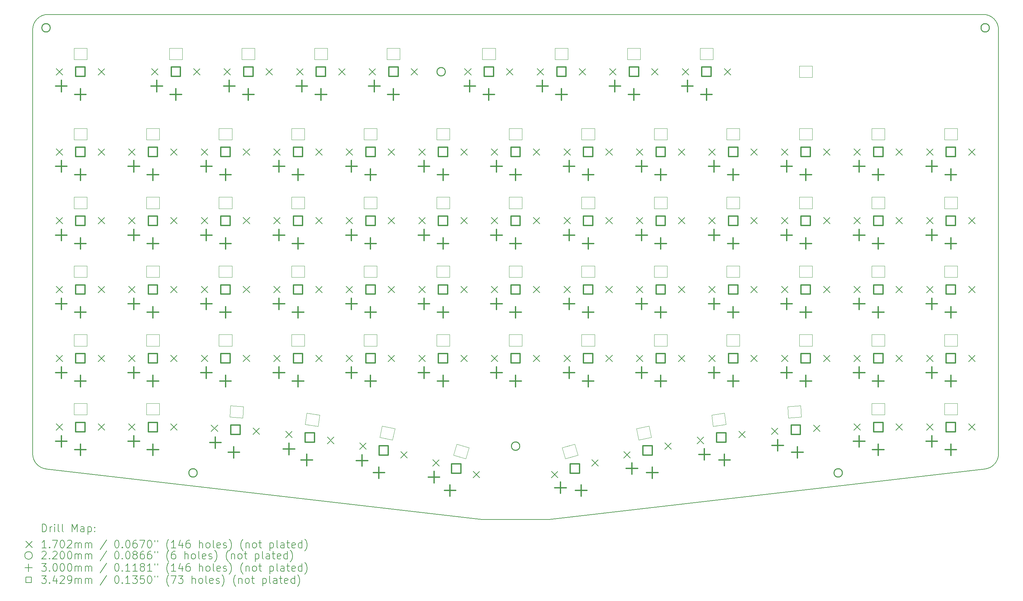
<source format=gbr>
%TF.GenerationSoftware,KiCad,Pcbnew,8.0.4*%
%TF.CreationDate,2024-08-04T16:19:11+02:00*%
%TF.ProjectId,eepyboard,65657079-626f-4617-9264-2e6b69636164,1.0*%
%TF.SameCoordinates,Original*%
%TF.FileFunction,Drillmap*%
%TF.FilePolarity,Positive*%
%FSLAX45Y45*%
G04 Gerber Fmt 4.5, Leading zero omitted, Abs format (unit mm)*
G04 Created by KiCad (PCBNEW 8.0.4) date 2024-08-04 16:19:11*
%MOMM*%
%LPD*%
G01*
G04 APERTURE LIST*
%ADD10C,0.150000*%
%ADD11C,0.120000*%
%ADD12C,0.200000*%
%ADD13C,0.170180*%
%ADD14C,0.220000*%
%ADD15C,0.300000*%
%ADD16C,0.342900*%
G04 APERTURE END LIST*
D10*
X34058283Y-15691234D02*
G75*
G02*
X33704343Y-16088572I-400003J4D01*
G01*
X33704343Y-16088573D02*
X22287456Y-17412031D01*
X8758283Y-4591234D02*
G75*
G02*
X9158283Y-4191234I400000J0D01*
G01*
X8758283Y-15691234D02*
X8758283Y-4591234D01*
X20529109Y-17412031D02*
X9112223Y-16088573D01*
X20575169Y-17414691D02*
G75*
G02*
X20529109Y-17412031I1J400091D01*
G01*
X34058282Y-4591234D02*
X34058283Y-15691234D01*
X9112223Y-16088573D02*
G75*
G02*
X8758277Y-15691234I46057J397343D01*
G01*
X33658283Y-4191234D02*
G75*
G02*
X34058276Y-4591234I-3J-399996D01*
G01*
X9158283Y-4191234D02*
X33658283Y-4191234D01*
X22241397Y-17414692D02*
X20575169Y-17414691D01*
X22287456Y-17412031D02*
G75*
G02*
X22241397Y-17414691I-46056J397321D01*
G01*
D11*
X23138283Y-12571234D02*
X23478283Y-12571234D01*
X23138283Y-12871233D02*
X23138283Y-12571234D01*
X23478283Y-12571234D02*
X23478283Y-12871233D01*
X23478283Y-12871233D02*
X23138283Y-12871233D01*
X13638283Y-7171234D02*
X13978283Y-7171234D01*
X13638283Y-7471234D02*
X13638283Y-7171234D01*
X13978283Y-7171234D02*
X13978283Y-7471234D01*
X13978283Y-7471234D02*
X13638283Y-7471234D01*
X26542268Y-14674438D02*
X26878959Y-14627119D01*
X26584020Y-14971518D02*
X26542268Y-14674438D01*
X26878959Y-14627119D02*
X26920711Y-14924200D01*
X26920711Y-14924200D02*
X26584020Y-14971518D01*
X21238283Y-12571234D02*
X21578283Y-12571234D01*
X21238283Y-12871234D02*
X21238283Y-12571234D01*
X21578283Y-12571234D02*
X21578283Y-12871234D01*
X21578283Y-12871234D02*
X21238283Y-12871234D01*
X11738282Y-8971234D02*
X12078283Y-8971234D01*
X11738282Y-9271233D02*
X11738282Y-8971234D01*
X12078283Y-8971234D02*
X12078283Y-9271233D01*
X12078283Y-9271233D02*
X11738282Y-9271233D01*
X9838283Y-12571235D02*
X10178283Y-12571235D01*
X9838283Y-12871234D02*
X9838283Y-12571235D01*
X10178283Y-12571235D02*
X10178283Y-12871234D01*
X10178283Y-12871234D02*
X9838283Y-12871234D01*
X18038283Y-5071234D02*
X18378283Y-5071234D01*
X18038283Y-5371233D02*
X18038283Y-5071234D01*
X18378283Y-5071234D02*
X18378283Y-5371233D01*
X18378283Y-5371233D02*
X18038283Y-5371233D01*
X22627339Y-15530829D02*
X22954168Y-15437112D01*
X22710030Y-15819207D02*
X22627339Y-15530829D01*
X22954168Y-15437112D02*
X23036859Y-15725490D01*
X23036859Y-15725490D02*
X22710030Y-15819207D01*
X11738283Y-14371235D02*
X12078283Y-14371235D01*
X11738283Y-14671234D02*
X11738283Y-14371235D01*
X12078283Y-14371235D02*
X12078283Y-14671234D01*
X12078283Y-14671234D02*
X11738283Y-14671234D01*
X26238283Y-5071235D02*
X26578283Y-5071235D01*
X26238283Y-5371234D02*
X26238283Y-5071235D01*
X26578283Y-5071235D02*
X26578283Y-5371234D01*
X26578283Y-5371234D02*
X26238283Y-5371234D01*
X19338283Y-8971235D02*
X19678283Y-8971235D01*
X19338283Y-9271234D02*
X19338283Y-8971235D01*
X19678283Y-8971235D02*
X19678283Y-9271234D01*
X19678283Y-9271234D02*
X19338283Y-9271234D01*
X24569851Y-15034277D02*
X24902421Y-14963588D01*
X24632224Y-15327722D02*
X24569851Y-15034277D01*
X24902421Y-14963588D02*
X24964794Y-15257032D01*
X24964794Y-15257032D02*
X24632224Y-15327722D01*
X28838282Y-7171234D02*
X29178283Y-7171234D01*
X28838282Y-7471234D02*
X28838282Y-7171234D01*
X29178283Y-7171234D02*
X29178283Y-7471234D01*
X29178283Y-7471234D02*
X28838282Y-7471234D01*
X28838283Y-12571235D02*
X29178283Y-12571235D01*
X28838283Y-12871234D02*
X28838283Y-12571235D01*
X29178283Y-12571235D02*
X29178283Y-12871234D01*
X29178283Y-12871234D02*
X28838283Y-12871234D01*
X17438283Y-12571234D02*
X17778283Y-12571234D01*
X17438283Y-12871234D02*
X17438283Y-12571234D01*
X17778283Y-12571234D02*
X17778283Y-12871234D01*
X17778283Y-12871234D02*
X17438283Y-12871234D01*
X15538283Y-10771234D02*
X15878283Y-10771234D01*
X15538283Y-11071234D02*
X15538283Y-10771234D01*
X15878283Y-10771234D02*
X15878283Y-11071234D01*
X15878283Y-11071234D02*
X15538283Y-11071234D01*
X13638282Y-8971234D02*
X13978282Y-8971234D01*
X13638282Y-9271234D02*
X13638282Y-8971234D01*
X13978282Y-8971234D02*
X13978282Y-9271234D01*
X13978282Y-9271234D02*
X13638282Y-9271234D01*
X19338282Y-10771234D02*
X19678283Y-10771234D01*
X19338282Y-11071234D02*
X19338282Y-10771234D01*
X19678283Y-10771234D02*
X19678283Y-11071234D01*
X19678283Y-11071234D02*
X19338282Y-11071234D01*
X15538283Y-7171234D02*
X15878283Y-7171234D01*
X15538283Y-7471234D02*
X15538283Y-7171234D01*
X15878283Y-7171234D02*
X15878283Y-7471234D01*
X15878283Y-7471234D02*
X15538283Y-7471234D01*
X28838283Y-10771234D02*
X29178283Y-10771234D01*
X28838283Y-11071234D02*
X28838283Y-10771234D01*
X29178283Y-10771234D02*
X29178283Y-11071234D01*
X29178283Y-11071234D02*
X28838283Y-11071234D01*
X25038283Y-12571235D02*
X25378283Y-12571235D01*
X25038283Y-12871234D02*
X25038283Y-12571235D01*
X25378283Y-12571235D02*
X25378283Y-12871234D01*
X25378283Y-12871234D02*
X25038283Y-12871234D01*
X30738283Y-10771234D02*
X31078283Y-10771234D01*
X30738283Y-11071234D02*
X30738283Y-10771234D01*
X31078283Y-10771234D02*
X31078283Y-11071234D01*
X31078283Y-11071234D02*
X30738283Y-11071234D01*
X12338283Y-5071235D02*
X12678283Y-5071235D01*
X12338283Y-5371234D02*
X12338283Y-5071235D01*
X12678283Y-5071235D02*
X12678283Y-5371234D01*
X12678283Y-5371234D02*
X12338283Y-5371234D01*
X24338283Y-5071234D02*
X24678283Y-5071234D01*
X24338283Y-5371234D02*
X24338283Y-5071234D01*
X24678283Y-5071234D02*
X24678283Y-5371234D01*
X24678283Y-5371234D02*
X24338283Y-5371234D01*
X32638283Y-10771234D02*
X32978283Y-10771234D01*
X32638283Y-11071234D02*
X32638283Y-10771234D01*
X32978283Y-10771234D02*
X32978283Y-11071234D01*
X32978283Y-11071234D02*
X32638283Y-11071234D01*
X9838283Y-5071234D02*
X10178283Y-5071234D01*
X9838283Y-5371234D02*
X9838283Y-5071234D01*
X10178283Y-5071234D02*
X10178283Y-5371234D01*
X10178283Y-5371234D02*
X9838283Y-5371234D01*
X19338283Y-12571234D02*
X19678283Y-12571234D01*
X19338283Y-12871234D02*
X19338283Y-12571234D01*
X19678283Y-12571234D02*
X19678283Y-12871234D01*
X19678283Y-12871234D02*
X19338283Y-12871234D01*
X26938282Y-10771234D02*
X27278283Y-10771234D01*
X26938282Y-11071234D02*
X26938282Y-10771234D01*
X27278283Y-10771234D02*
X27278283Y-11071234D01*
X27278283Y-11071234D02*
X26938282Y-11071234D01*
X23138283Y-8971234D02*
X23478283Y-8971234D01*
X23138283Y-9271234D02*
X23138283Y-8971234D01*
X23478283Y-8971234D02*
X23478283Y-9271234D01*
X23478283Y-9271234D02*
X23138283Y-9271234D01*
X21238283Y-7171234D02*
X21578283Y-7171234D01*
X21238283Y-7471233D02*
X21238283Y-7171234D01*
X21578283Y-7171234D02*
X21578283Y-7471233D01*
X21578283Y-7471233D02*
X21238283Y-7471233D01*
X26938282Y-7171234D02*
X27278282Y-7171234D01*
X26938282Y-7471234D02*
X26938282Y-7171234D01*
X27278282Y-7171234D02*
X27278282Y-7471234D01*
X27278282Y-7471234D02*
X26938282Y-7471234D01*
X32638283Y-7171234D02*
X32978283Y-7171234D01*
X32638283Y-7471233D02*
X32638283Y-7171234D01*
X32978283Y-7171234D02*
X32978283Y-7471233D01*
X32978283Y-7471233D02*
X32638283Y-7471233D01*
X17438283Y-8971235D02*
X17778283Y-8971235D01*
X17438283Y-9271234D02*
X17438283Y-8971235D01*
X17778283Y-8971235D02*
X17778283Y-9271234D01*
X17778283Y-9271234D02*
X17438283Y-9271234D01*
X32638283Y-14371235D02*
X32978283Y-14371235D01*
X32638283Y-14671234D02*
X32638283Y-14371235D01*
X32978283Y-14371235D02*
X32978283Y-14671234D01*
X32978283Y-14671234D02*
X32638283Y-14671234D01*
X17438283Y-10771234D02*
X17778283Y-10771234D01*
X17438283Y-11071234D02*
X17438283Y-10771234D01*
X17778283Y-10771234D02*
X17778283Y-11071234D01*
X17778283Y-11071234D02*
X17438283Y-11071234D01*
X11738283Y-7171234D02*
X12078283Y-7171234D01*
X11738283Y-7471233D02*
X11738283Y-7171234D01*
X12078283Y-7171234D02*
X12078283Y-7471233D01*
X12078283Y-7471233D02*
X11738283Y-7471233D01*
X13921486Y-14728616D02*
X13942413Y-14429347D01*
X13942413Y-14429347D02*
X14281584Y-14453065D01*
X14260657Y-14752334D02*
X13921486Y-14728616D01*
X14281584Y-14453065D02*
X14260657Y-14752334D01*
X25038282Y-7171234D02*
X25378283Y-7171234D01*
X25038282Y-7471233D02*
X25038282Y-7171234D01*
X25378283Y-7171234D02*
X25378283Y-7471233D01*
X25378283Y-7471233D02*
X25038282Y-7471233D01*
X13638283Y-12571234D02*
X13978283Y-12571234D01*
X13638283Y-12871234D02*
X13638283Y-12571234D01*
X13978283Y-12571234D02*
X13978283Y-12871234D01*
X13978283Y-12871234D02*
X13638283Y-12871234D01*
X30738283Y-14371235D02*
X31078283Y-14371235D01*
X30738283Y-14671234D02*
X30738283Y-14371235D01*
X31078283Y-14371235D02*
X31078283Y-14671234D01*
X31078283Y-14671234D02*
X30738283Y-14671234D01*
X32638283Y-12571234D02*
X32978283Y-12571234D01*
X32638283Y-12871233D02*
X32638283Y-12571234D01*
X32978283Y-12571234D02*
X32978283Y-12871233D01*
X32978283Y-12871233D02*
X32638283Y-12871233D01*
X14238283Y-5071235D02*
X14578283Y-5071235D01*
X14238283Y-5371234D02*
X14238283Y-5071235D01*
X14578283Y-5071235D02*
X14578283Y-5371234D01*
X14578283Y-5371234D02*
X14238283Y-5371234D01*
X15538282Y-8971234D02*
X15878283Y-8971234D01*
X15538282Y-9271234D02*
X15538282Y-8971234D01*
X15878283Y-8971234D02*
X15878283Y-9271234D01*
X15878283Y-9271234D02*
X15538282Y-9271234D01*
X32638283Y-8971234D02*
X32978283Y-8971234D01*
X32638283Y-9271234D02*
X32638283Y-8971234D01*
X32978283Y-8971234D02*
X32978283Y-9271234D01*
X32978283Y-9271234D02*
X32638283Y-9271234D01*
X21238283Y-10771234D02*
X21578283Y-10771234D01*
X21238283Y-11071234D02*
X21238283Y-10771234D01*
X21578283Y-10771234D02*
X21578283Y-11071234D01*
X21578283Y-11071234D02*
X21238283Y-11071234D01*
X28534981Y-14453064D02*
X28874153Y-14429347D01*
X28555908Y-14752333D02*
X28534981Y-14453064D01*
X28874153Y-14429347D02*
X28895080Y-14728616D01*
X28895080Y-14728616D02*
X28555908Y-14752333D01*
X9838283Y-8971234D02*
X10178283Y-8971234D01*
X9838283Y-9271234D02*
X9838283Y-8971234D01*
X10178283Y-8971234D02*
X10178283Y-9271234D01*
X10178283Y-9271234D02*
X9838283Y-9271234D01*
X19338283Y-7171234D02*
X19678283Y-7171234D01*
X19338283Y-7471234D02*
X19338283Y-7171234D01*
X19678283Y-7171234D02*
X19678283Y-7471234D01*
X19678283Y-7471234D02*
X19338283Y-7471234D01*
X11738282Y-12571234D02*
X12078282Y-12571234D01*
X11738282Y-12871234D02*
X11738282Y-12571234D01*
X12078282Y-12571234D02*
X12078282Y-12871234D01*
X12078282Y-12871234D02*
X11738282Y-12871234D01*
X21238283Y-8971234D02*
X21578283Y-8971234D01*
X21238283Y-9271234D02*
X21238283Y-8971234D01*
X21578283Y-8971234D02*
X21578283Y-9271234D01*
X21578283Y-9271234D02*
X21238283Y-9271234D01*
X20538283Y-5071235D02*
X20878283Y-5071235D01*
X20538283Y-5371234D02*
X20538283Y-5071235D01*
X20878283Y-5071235D02*
X20878283Y-5371234D01*
X20878283Y-5371234D02*
X20538283Y-5371234D01*
X9838283Y-7171234D02*
X10178283Y-7171234D01*
X9838283Y-7471234D02*
X9838283Y-7171234D01*
X10178283Y-7171234D02*
X10178283Y-7471234D01*
X10178283Y-7471234D02*
X9838283Y-7471234D01*
X9838283Y-10771234D02*
X10178283Y-10771234D01*
X9838283Y-11071233D02*
X9838283Y-10771234D01*
X10178283Y-10771234D02*
X10178283Y-11071233D01*
X10178283Y-11071233D02*
X9838283Y-11071233D01*
X26938283Y-8971235D02*
X27278283Y-8971235D01*
X26938283Y-9271234D02*
X26938283Y-8971235D01*
X27278283Y-8971235D02*
X27278283Y-9271234D01*
X27278283Y-9271234D02*
X26938283Y-9271234D01*
X16138283Y-5071234D02*
X16478283Y-5071234D01*
X16138283Y-5371234D02*
X16138283Y-5071234D01*
X16478283Y-5071234D02*
X16478283Y-5371234D01*
X16478283Y-5371234D02*
X16138283Y-5371234D01*
X30738283Y-12571234D02*
X31078283Y-12571234D01*
X30738283Y-12871234D02*
X30738283Y-12571234D01*
X31078283Y-12571234D02*
X31078283Y-12871234D01*
X31078283Y-12871234D02*
X30738283Y-12871234D01*
X25038283Y-10771234D02*
X25378283Y-10771234D01*
X25038283Y-11071233D02*
X25038283Y-10771234D01*
X25378283Y-10771234D02*
X25378283Y-11071233D01*
X25378283Y-11071233D02*
X25038283Y-11071233D01*
X13638283Y-10771234D02*
X13978283Y-10771234D01*
X13638283Y-11071234D02*
X13638283Y-10771234D01*
X13978283Y-10771234D02*
X13978283Y-11071234D01*
X13978283Y-11071234D02*
X13638283Y-11071234D01*
X28838283Y-8971234D02*
X29178283Y-8971234D01*
X28838283Y-9271234D02*
X28838283Y-8971234D01*
X29178283Y-8971234D02*
X29178283Y-9271234D01*
X29178283Y-9271234D02*
X28838283Y-9271234D01*
X19779706Y-15725490D02*
X19862397Y-15437111D01*
X19862397Y-15437111D02*
X20189226Y-15530828D01*
X20106535Y-15819207D02*
X19779706Y-15725490D01*
X20189226Y-15530828D02*
X20106535Y-15819207D01*
X15538283Y-12571234D02*
X15878283Y-12571234D01*
X15538283Y-12871234D02*
X15538283Y-12571234D01*
X15878283Y-12571234D02*
X15878283Y-12871234D01*
X15878283Y-12871234D02*
X15538283Y-12871234D01*
X9838284Y-14371234D02*
X10178284Y-14371234D01*
X9838284Y-14671233D02*
X9838284Y-14371234D01*
X10178284Y-14371234D02*
X10178284Y-14671233D01*
X10178284Y-14671233D02*
X9838284Y-14671233D01*
X23138283Y-7171235D02*
X23478283Y-7171235D01*
X23138283Y-7471234D02*
X23138283Y-7171235D01*
X23478283Y-7171235D02*
X23478283Y-7471234D01*
X23478283Y-7471234D02*
X23138283Y-7471234D01*
X17438283Y-7171233D02*
X17778283Y-7171233D01*
X17438283Y-7471233D02*
X17438283Y-7171233D01*
X17778283Y-7171233D02*
X17778283Y-7471233D01*
X17778283Y-7471233D02*
X17438283Y-7471233D01*
X28838283Y-5541234D02*
X29178283Y-5541234D01*
X28838283Y-5841233D02*
X28838283Y-5541234D01*
X29178283Y-5541234D02*
X29178283Y-5841233D01*
X29178283Y-5841233D02*
X28838283Y-5841233D01*
X30738282Y-7171234D02*
X31078282Y-7171234D01*
X30738282Y-7471234D02*
X30738282Y-7171234D01*
X31078282Y-7171234D02*
X31078282Y-7471234D01*
X31078282Y-7471234D02*
X30738282Y-7471234D01*
X30738283Y-8971234D02*
X31078283Y-8971234D01*
X30738283Y-9271233D02*
X30738283Y-8971234D01*
X31078283Y-8971234D02*
X31078283Y-9271233D01*
X31078283Y-9271233D02*
X30738283Y-9271233D01*
X25038283Y-8971235D02*
X25378283Y-8971235D01*
X25038283Y-9271234D02*
X25038283Y-8971235D01*
X25378283Y-8971235D02*
X25378283Y-9271234D01*
X25378283Y-9271234D02*
X25038283Y-9271234D01*
X23138283Y-10771234D02*
X23478283Y-10771234D01*
X23138283Y-11071233D02*
X23138283Y-10771234D01*
X23478283Y-10771234D02*
X23478283Y-11071233D01*
X23478283Y-11071233D02*
X23138283Y-11071233D01*
X11738283Y-10771235D02*
X12078284Y-10771235D01*
X11738283Y-11071234D02*
X11738283Y-10771235D01*
X12078284Y-10771235D02*
X12078284Y-11071234D01*
X12078284Y-11071234D02*
X11738283Y-11071234D01*
X17851771Y-15257031D02*
X17914145Y-14963587D01*
X17914145Y-14963587D02*
X18246714Y-15034277D01*
X18184341Y-15327721D02*
X17851771Y-15257031D01*
X18246714Y-15034277D02*
X18184341Y-15327721D01*
X22438282Y-5071235D02*
X22778283Y-5071235D01*
X22438282Y-5371234D02*
X22438282Y-5071235D01*
X22778283Y-5071235D02*
X22778283Y-5371234D01*
X22778283Y-5371234D02*
X22438282Y-5371234D01*
X26938283Y-12571235D02*
X27278283Y-12571235D01*
X26938283Y-12871234D02*
X26938283Y-12571235D01*
X27278283Y-12571235D02*
X27278283Y-12871234D01*
X27278283Y-12871234D02*
X26938283Y-12871234D01*
X15895855Y-14924199D02*
X15937606Y-14627119D01*
X15937606Y-14627119D02*
X16274297Y-14674438D01*
X16232546Y-14971518D02*
X15895855Y-14924199D01*
X16274297Y-14674438D02*
X16232546Y-14971518D01*
D12*
D13*
X9373193Y-5606144D02*
X9543373Y-5776324D01*
X9543373Y-5606144D02*
X9373193Y-5776324D01*
X9373193Y-14906143D02*
X9543373Y-15076323D01*
X9543373Y-14906143D02*
X9373193Y-15076323D01*
X9373193Y-11306144D02*
X9543373Y-11476324D01*
X9543373Y-11306144D02*
X9373193Y-11476324D01*
X9373193Y-7706144D02*
X9543373Y-7876324D01*
X9543373Y-7706144D02*
X9373193Y-7876324D01*
X9373193Y-13106144D02*
X9543373Y-13276324D01*
X9543373Y-13106144D02*
X9373193Y-13276324D01*
X9373194Y-9506144D02*
X9543374Y-9676324D01*
X9543374Y-9506144D02*
X9373194Y-9676324D01*
X10473193Y-5606144D02*
X10643373Y-5776324D01*
X10643373Y-5606144D02*
X10473193Y-5776324D01*
X10473193Y-14906143D02*
X10643373Y-15076323D01*
X10643373Y-14906143D02*
X10473193Y-15076323D01*
X10473193Y-11306144D02*
X10643373Y-11476324D01*
X10643373Y-11306144D02*
X10473193Y-11476324D01*
X10473193Y-7706144D02*
X10643373Y-7876324D01*
X10643373Y-7706144D02*
X10473193Y-7876324D01*
X10473193Y-13106144D02*
X10643373Y-13276324D01*
X10643373Y-13106144D02*
X10473193Y-13276324D01*
X10473194Y-9506144D02*
X10643374Y-9676324D01*
X10643374Y-9506144D02*
X10473194Y-9676324D01*
X11273192Y-14906144D02*
X11443372Y-15076324D01*
X11443372Y-14906144D02*
X11273192Y-15076324D01*
X11273192Y-11306145D02*
X11443372Y-11476325D01*
X11443372Y-11306145D02*
X11273192Y-11476325D01*
X11273193Y-13106144D02*
X11443373Y-13276324D01*
X11443373Y-13106144D02*
X11273193Y-13276324D01*
X11273193Y-7706144D02*
X11443373Y-7876324D01*
X11443373Y-7706144D02*
X11273193Y-7876324D01*
X11273193Y-9506143D02*
X11443373Y-9676323D01*
X11443373Y-9506143D02*
X11273193Y-9676323D01*
X11873193Y-5606144D02*
X12043373Y-5776324D01*
X12043373Y-5606144D02*
X11873193Y-5776324D01*
X12373192Y-14906144D02*
X12543372Y-15076324D01*
X12543372Y-14906144D02*
X12373192Y-15076324D01*
X12373192Y-11306145D02*
X12543372Y-11476325D01*
X12543372Y-11306145D02*
X12373192Y-11476325D01*
X12373193Y-13106144D02*
X12543373Y-13276324D01*
X12543373Y-13106144D02*
X12373193Y-13276324D01*
X12373193Y-7706144D02*
X12543373Y-7876324D01*
X12543373Y-7706144D02*
X12373193Y-7876324D01*
X12373193Y-9506143D02*
X12543373Y-9676323D01*
X12543373Y-9506143D02*
X12373193Y-9676323D01*
X12973193Y-5606144D02*
X13143373Y-5776324D01*
X13143373Y-5606144D02*
X12973193Y-5776324D01*
X13173192Y-9506144D02*
X13343372Y-9676324D01*
X13343372Y-9506144D02*
X13173192Y-9676324D01*
X13173193Y-11306144D02*
X13343373Y-11476324D01*
X13343373Y-11306144D02*
X13173193Y-11476324D01*
X13173193Y-13106144D02*
X13343373Y-13276324D01*
X13343373Y-13106144D02*
X13173193Y-13276324D01*
X13173193Y-7706144D02*
X13343373Y-7876324D01*
X13343373Y-7706144D02*
X13173193Y-7876324D01*
X13434999Y-14936239D02*
X13605179Y-15106419D01*
X13605179Y-14936239D02*
X13434999Y-15106419D01*
X13773193Y-5606144D02*
X13943373Y-5776324D01*
X13943373Y-5606144D02*
X13773193Y-5776324D01*
X14273192Y-9506144D02*
X14443372Y-9676324D01*
X14443372Y-9506144D02*
X14273192Y-9676324D01*
X14273193Y-11306144D02*
X14443373Y-11476324D01*
X14443373Y-11306144D02*
X14273193Y-11476324D01*
X14273193Y-13106144D02*
X14443373Y-13276324D01*
X14443373Y-13106144D02*
X14273193Y-13276324D01*
X14273193Y-7706144D02*
X14443373Y-7876324D01*
X14443373Y-7706144D02*
X14273193Y-7876324D01*
X14532319Y-15012971D02*
X14702499Y-15183151D01*
X14702499Y-15012971D02*
X14532319Y-15183151D01*
X14873193Y-5606144D02*
X15043373Y-5776324D01*
X15043373Y-5606144D02*
X14873193Y-5776324D01*
X15073192Y-11306144D02*
X15243372Y-11476324D01*
X15243372Y-11306144D02*
X15073192Y-11476324D01*
X15073193Y-7706144D02*
X15243373Y-7876324D01*
X15243373Y-7706144D02*
X15073193Y-7876324D01*
X15073193Y-13106144D02*
X15243373Y-13276324D01*
X15243373Y-13106144D02*
X15073193Y-13276324D01*
X15073193Y-9506144D02*
X15243373Y-9676324D01*
X15243373Y-9506144D02*
X15073193Y-9676324D01*
X15389928Y-15103109D02*
X15560108Y-15273289D01*
X15560108Y-15103109D02*
X15389928Y-15273289D01*
X15673193Y-5606144D02*
X15843373Y-5776324D01*
X15843373Y-5606144D02*
X15673193Y-5776324D01*
X16173192Y-11306144D02*
X16343372Y-11476324D01*
X16343372Y-11306144D02*
X16173192Y-11476324D01*
X16173193Y-7706144D02*
X16343373Y-7876324D01*
X16343373Y-7706144D02*
X16173193Y-7876324D01*
X16173193Y-13106144D02*
X16343373Y-13276324D01*
X16343373Y-13106144D02*
X16173193Y-13276324D01*
X16173193Y-9506144D02*
X16343373Y-9676324D01*
X16343373Y-9506144D02*
X16173193Y-9676324D01*
X16479222Y-15256200D02*
X16649402Y-15426380D01*
X16649402Y-15256200D02*
X16479222Y-15426380D01*
X16773193Y-5606144D02*
X16943373Y-5776324D01*
X16943373Y-5606144D02*
X16773193Y-5776324D01*
X16973193Y-13106144D02*
X17143373Y-13276324D01*
X17143373Y-13106144D02*
X16973193Y-13276324D01*
X16973193Y-9506144D02*
X17143373Y-9676324D01*
X17143373Y-9506144D02*
X16973193Y-9676324D01*
X16973193Y-7706144D02*
X17143373Y-7876324D01*
X17143373Y-7706144D02*
X16973193Y-7876324D01*
X16973193Y-11306144D02*
X17143373Y-11476324D01*
X17143373Y-11306144D02*
X16973193Y-11476324D01*
X17328454Y-15405943D02*
X17498634Y-15576123D01*
X17498634Y-15405943D02*
X17328454Y-15576123D01*
X17573193Y-5606143D02*
X17743373Y-5776323D01*
X17743373Y-5606143D02*
X17573193Y-5776323D01*
X18073193Y-13106144D02*
X18243373Y-13276324D01*
X18243373Y-13106144D02*
X18073193Y-13276324D01*
X18073193Y-9506144D02*
X18243373Y-9676324D01*
X18243373Y-9506144D02*
X18073193Y-9676324D01*
X18073193Y-7706144D02*
X18243373Y-7876324D01*
X18243373Y-7706144D02*
X18073193Y-7876324D01*
X18073193Y-11306144D02*
X18243373Y-11476324D01*
X18243373Y-11306144D02*
X18073193Y-11476324D01*
X18404416Y-15634645D02*
X18574596Y-15804825D01*
X18574596Y-15634645D02*
X18404416Y-15804825D01*
X18673193Y-5606143D02*
X18843373Y-5776323D01*
X18843373Y-5606143D02*
X18673193Y-5776323D01*
X18873193Y-11306144D02*
X19043373Y-11476324D01*
X19043373Y-11306144D02*
X18873193Y-11476324D01*
X18873193Y-9506144D02*
X19043373Y-9676324D01*
X19043373Y-9506144D02*
X18873193Y-9676324D01*
X18873193Y-7706144D02*
X19043373Y-7876324D01*
X19043373Y-7706144D02*
X18873193Y-7876324D01*
X18873193Y-13106144D02*
X19043373Y-13276324D01*
X19043373Y-13106144D02*
X18873193Y-13276324D01*
X19241133Y-15843262D02*
X19411313Y-16013442D01*
X19411313Y-15843262D02*
X19241133Y-16013442D01*
X19973193Y-11306144D02*
X20143373Y-11476324D01*
X20143373Y-11306144D02*
X19973193Y-11476324D01*
X19973193Y-9506144D02*
X20143373Y-9676324D01*
X20143373Y-9506144D02*
X19973193Y-9676324D01*
X19973193Y-7706144D02*
X20143373Y-7876324D01*
X20143373Y-7706144D02*
X19973193Y-7876324D01*
X19973193Y-13106144D02*
X20143373Y-13276324D01*
X20143373Y-13106144D02*
X19973193Y-13276324D01*
X20073193Y-5606144D02*
X20243373Y-5776324D01*
X20243373Y-5606144D02*
X20073193Y-5776324D01*
X20298521Y-16146463D02*
X20468701Y-16316643D01*
X20468701Y-16146463D02*
X20298521Y-16316643D01*
X20773193Y-11306144D02*
X20943373Y-11476324D01*
X20943373Y-11306144D02*
X20773193Y-11476324D01*
X20773193Y-7706144D02*
X20943373Y-7876324D01*
X20943373Y-7706144D02*
X20773193Y-7876324D01*
X20773193Y-13106144D02*
X20943373Y-13276324D01*
X20943373Y-13106144D02*
X20773193Y-13276324D01*
X20773193Y-9506144D02*
X20943373Y-9676324D01*
X20943373Y-9506144D02*
X20773193Y-9676324D01*
X21173193Y-5606144D02*
X21343373Y-5776324D01*
X21343373Y-5606144D02*
X21173193Y-5776324D01*
X21873193Y-11306144D02*
X22043373Y-11476324D01*
X22043373Y-11306144D02*
X21873193Y-11476324D01*
X21873193Y-7706144D02*
X22043373Y-7876324D01*
X22043373Y-7706144D02*
X21873193Y-7876324D01*
X21873193Y-13106144D02*
X22043373Y-13276324D01*
X22043373Y-13106144D02*
X21873193Y-13276324D01*
X21873193Y-9506144D02*
X22043373Y-9676324D01*
X22043373Y-9506144D02*
X21873193Y-9676324D01*
X21973192Y-5606144D02*
X22143372Y-5776324D01*
X22143372Y-5606144D02*
X21973192Y-5776324D01*
X22347865Y-16146463D02*
X22518045Y-16316643D01*
X22518045Y-16146463D02*
X22347865Y-16316643D01*
X22673193Y-9506144D02*
X22843373Y-9676324D01*
X22843373Y-9506144D02*
X22673193Y-9676324D01*
X22673193Y-13106144D02*
X22843373Y-13276324D01*
X22843373Y-13106144D02*
X22673193Y-13276324D01*
X22673193Y-11306144D02*
X22843373Y-11476324D01*
X22843373Y-11306144D02*
X22673193Y-11476324D01*
X22673193Y-7706144D02*
X22843373Y-7876324D01*
X22843373Y-7706144D02*
X22673193Y-7876324D01*
X23073192Y-5606144D02*
X23243372Y-5776324D01*
X23243372Y-5606144D02*
X23073192Y-5776324D01*
X23405253Y-15843262D02*
X23575433Y-16013442D01*
X23575433Y-15843262D02*
X23405253Y-16013442D01*
X23773193Y-9506144D02*
X23943373Y-9676324D01*
X23943373Y-9506144D02*
X23773193Y-9676324D01*
X23773193Y-13106144D02*
X23943373Y-13276324D01*
X23943373Y-13106144D02*
X23773193Y-13276324D01*
X23773193Y-11306144D02*
X23943373Y-11476324D01*
X23943373Y-11306144D02*
X23773193Y-11476324D01*
X23773193Y-7706144D02*
X23943373Y-7876324D01*
X23943373Y-7706144D02*
X23773193Y-7876324D01*
X23873193Y-5606144D02*
X24043373Y-5776324D01*
X24043373Y-5606144D02*
X23873193Y-5776324D01*
X24241970Y-15634644D02*
X24412150Y-15804824D01*
X24412150Y-15634644D02*
X24241970Y-15804824D01*
X24573192Y-9506145D02*
X24743372Y-9676325D01*
X24743372Y-9506145D02*
X24573192Y-9676325D01*
X24573193Y-13106143D02*
X24743373Y-13276323D01*
X24743373Y-13106143D02*
X24573193Y-13276323D01*
X24573193Y-11306144D02*
X24743373Y-11476324D01*
X24743373Y-11306144D02*
X24573193Y-11476324D01*
X24573193Y-7706144D02*
X24743373Y-7876324D01*
X24743373Y-7706144D02*
X24573193Y-7876324D01*
X24973193Y-5606144D02*
X25143373Y-5776324D01*
X25143373Y-5606144D02*
X24973193Y-5776324D01*
X25317932Y-15405941D02*
X25488112Y-15576121D01*
X25488112Y-15405941D02*
X25317932Y-15576121D01*
X25673192Y-9506145D02*
X25843372Y-9676325D01*
X25843372Y-9506145D02*
X25673192Y-9676325D01*
X25673193Y-13106143D02*
X25843373Y-13276323D01*
X25843373Y-13106143D02*
X25673193Y-13276323D01*
X25673193Y-11306144D02*
X25843373Y-11476324D01*
X25843373Y-11306144D02*
X25673193Y-11476324D01*
X25673193Y-7706144D02*
X25843373Y-7876324D01*
X25843373Y-7706144D02*
X25673193Y-7876324D01*
X25773193Y-5606144D02*
X25943373Y-5776324D01*
X25943373Y-5606144D02*
X25773193Y-5776324D01*
X26167163Y-15256200D02*
X26337343Y-15426380D01*
X26337343Y-15256200D02*
X26167163Y-15426380D01*
X26473192Y-13106144D02*
X26643372Y-13276324D01*
X26643372Y-13106144D02*
X26473192Y-13276324D01*
X26473193Y-9506144D02*
X26643373Y-9676324D01*
X26643373Y-9506144D02*
X26473193Y-9676324D01*
X26473193Y-11306144D02*
X26643373Y-11476324D01*
X26643373Y-11306144D02*
X26473193Y-11476324D01*
X26473193Y-7706144D02*
X26643373Y-7876324D01*
X26643373Y-7706144D02*
X26473193Y-7876324D01*
X26873193Y-5606144D02*
X27043373Y-5776324D01*
X27043373Y-5606144D02*
X26873193Y-5776324D01*
X27256458Y-15103109D02*
X27426638Y-15273289D01*
X27426638Y-15103109D02*
X27256458Y-15273289D01*
X27573192Y-13106144D02*
X27743372Y-13276324D01*
X27743372Y-13106144D02*
X27573192Y-13276324D01*
X27573193Y-9506144D02*
X27743373Y-9676324D01*
X27743373Y-9506144D02*
X27573193Y-9676324D01*
X27573193Y-11306144D02*
X27743373Y-11476324D01*
X27743373Y-11306144D02*
X27573193Y-11476324D01*
X27573193Y-7706144D02*
X27743373Y-7876324D01*
X27743373Y-7706144D02*
X27573193Y-7876324D01*
X28114066Y-15012971D02*
X28284246Y-15183151D01*
X28284246Y-15012971D02*
X28114066Y-15183151D01*
X28373192Y-7706144D02*
X28543372Y-7876324D01*
X28543372Y-7706144D02*
X28373192Y-7876324D01*
X28373193Y-13106144D02*
X28543373Y-13276324D01*
X28543373Y-13106144D02*
X28373193Y-13276324D01*
X28373193Y-11306144D02*
X28543373Y-11476324D01*
X28543373Y-11306144D02*
X28373193Y-11476324D01*
X28373193Y-9506143D02*
X28543373Y-9676323D01*
X28543373Y-9506143D02*
X28373193Y-9676323D01*
X29211386Y-14936239D02*
X29381566Y-15106419D01*
X29381566Y-14936239D02*
X29211386Y-15106419D01*
X29473192Y-7706144D02*
X29643372Y-7876324D01*
X29643372Y-7706144D02*
X29473192Y-7876324D01*
X29473193Y-13106144D02*
X29643373Y-13276324D01*
X29643373Y-13106144D02*
X29473193Y-13276324D01*
X29473193Y-11306144D02*
X29643373Y-11476324D01*
X29643373Y-11306144D02*
X29473193Y-11476324D01*
X29473193Y-9506143D02*
X29643373Y-9676323D01*
X29643373Y-9506143D02*
X29473193Y-9676323D01*
X30273192Y-13106144D02*
X30443372Y-13276324D01*
X30443372Y-13106144D02*
X30273192Y-13276324D01*
X30273192Y-14906144D02*
X30443372Y-15076324D01*
X30443372Y-14906144D02*
X30273192Y-15076324D01*
X30273193Y-7706143D02*
X30443373Y-7876323D01*
X30443373Y-7706143D02*
X30273193Y-7876323D01*
X30273193Y-9506144D02*
X30443373Y-9676324D01*
X30443373Y-9506144D02*
X30273193Y-9676324D01*
X30273193Y-11306144D02*
X30443373Y-11476324D01*
X30443373Y-11306144D02*
X30273193Y-11476324D01*
X31373192Y-13106144D02*
X31543372Y-13276324D01*
X31543372Y-13106144D02*
X31373192Y-13276324D01*
X31373192Y-14906144D02*
X31543372Y-15076324D01*
X31543372Y-14906144D02*
X31373192Y-15076324D01*
X31373193Y-7706143D02*
X31543373Y-7876323D01*
X31543373Y-7706143D02*
X31373193Y-7876323D01*
X31373193Y-9506144D02*
X31543373Y-9676324D01*
X31543373Y-9506144D02*
X31373193Y-9676324D01*
X31373193Y-11306144D02*
X31543373Y-11476324D01*
X31543373Y-11306144D02*
X31373193Y-11476324D01*
X32173192Y-13106144D02*
X32343372Y-13276324D01*
X32343372Y-13106144D02*
X32173192Y-13276324D01*
X32173193Y-9506145D02*
X32343373Y-9676325D01*
X32343373Y-9506145D02*
X32173193Y-9676325D01*
X32173193Y-7706143D02*
X32343373Y-7876323D01*
X32343373Y-7706143D02*
X32173193Y-7876323D01*
X32173193Y-11306144D02*
X32343373Y-11476324D01*
X32343373Y-11306144D02*
X32173193Y-11476324D01*
X32173193Y-14906144D02*
X32343373Y-15076324D01*
X32343373Y-14906144D02*
X32173193Y-15076324D01*
X33273192Y-13106144D02*
X33443372Y-13276324D01*
X33443372Y-13106144D02*
X33273192Y-13276324D01*
X33273193Y-9506145D02*
X33443373Y-9676325D01*
X33443373Y-9506145D02*
X33273193Y-9676325D01*
X33273193Y-7706143D02*
X33443373Y-7876323D01*
X33443373Y-7706143D02*
X33273193Y-7876323D01*
X33273193Y-11306144D02*
X33443373Y-11476324D01*
X33443373Y-11306144D02*
X33273193Y-11476324D01*
X33273193Y-14906144D02*
X33443373Y-15076324D01*
X33443373Y-14906144D02*
X33273193Y-15076324D01*
D14*
X9218283Y-4541234D02*
G75*
G02*
X8998283Y-4541234I-110000J0D01*
G01*
X8998283Y-4541234D02*
G75*
G02*
X9218283Y-4541234I110000J0D01*
G01*
X13068283Y-16191234D02*
G75*
G02*
X12848283Y-16191234I-110000J0D01*
G01*
X12848283Y-16191234D02*
G75*
G02*
X13068283Y-16191234I110000J0D01*
G01*
X19568283Y-5691234D02*
G75*
G02*
X19348283Y-5691234I-110000J0D01*
G01*
X19348283Y-5691234D02*
G75*
G02*
X19568283Y-5691234I110000J0D01*
G01*
X21518283Y-15491234D02*
G75*
G02*
X21298283Y-15491234I-110000J0D01*
G01*
X21298283Y-15491234D02*
G75*
G02*
X21518283Y-15491234I110000J0D01*
G01*
X29968283Y-16191234D02*
G75*
G02*
X29748283Y-16191234I-110000J0D01*
G01*
X29748283Y-16191234D02*
G75*
G02*
X29968283Y-16191234I110000J0D01*
G01*
X33818283Y-4541234D02*
G75*
G02*
X33598283Y-4541234I-110000J0D01*
G01*
X33598283Y-4541234D02*
G75*
G02*
X33818283Y-4541234I110000J0D01*
G01*
D15*
X9508283Y-5916234D02*
X9508283Y-6216234D01*
X9358283Y-6066234D02*
X9658283Y-6066234D01*
X9508283Y-15216233D02*
X9508283Y-15516233D01*
X9358283Y-15366233D02*
X9658283Y-15366233D01*
X9508283Y-11616234D02*
X9508283Y-11916234D01*
X9358283Y-11766234D02*
X9658283Y-11766234D01*
X9508283Y-8016234D02*
X9508283Y-8316234D01*
X9358283Y-8166234D02*
X9658283Y-8166234D01*
X9508283Y-13416234D02*
X9508283Y-13716234D01*
X9358283Y-13566234D02*
X9658283Y-13566234D01*
X9508284Y-9816234D02*
X9508284Y-10116234D01*
X9358284Y-9966234D02*
X9658284Y-9966234D01*
X10008283Y-6136234D02*
X10008283Y-6436234D01*
X9858283Y-6286234D02*
X10158283Y-6286234D01*
X10008283Y-15436233D02*
X10008283Y-15736233D01*
X9858283Y-15586233D02*
X10158283Y-15586233D01*
X10008283Y-11836234D02*
X10008283Y-12136234D01*
X9858283Y-11986234D02*
X10158283Y-11986234D01*
X10008283Y-8236234D02*
X10008283Y-8536234D01*
X9858283Y-8386234D02*
X10158283Y-8386234D01*
X10008283Y-13636234D02*
X10008283Y-13936234D01*
X9858283Y-13786234D02*
X10158283Y-13786234D01*
X10008284Y-10036234D02*
X10008284Y-10336234D01*
X9858284Y-10186234D02*
X10158284Y-10186234D01*
X11408282Y-15216234D02*
X11408282Y-15516234D01*
X11258282Y-15366234D02*
X11558282Y-15366234D01*
X11408282Y-11616235D02*
X11408282Y-11916235D01*
X11258282Y-11766235D02*
X11558282Y-11766235D01*
X11408283Y-13416234D02*
X11408283Y-13716234D01*
X11258283Y-13566234D02*
X11558283Y-13566234D01*
X11408283Y-8016234D02*
X11408283Y-8316234D01*
X11258283Y-8166234D02*
X11558283Y-8166234D01*
X11408283Y-9816233D02*
X11408283Y-10116233D01*
X11258283Y-9966233D02*
X11558283Y-9966233D01*
X11908282Y-15436234D02*
X11908282Y-15736234D01*
X11758282Y-15586234D02*
X12058282Y-15586234D01*
X11908282Y-11836235D02*
X11908282Y-12136235D01*
X11758282Y-11986235D02*
X12058282Y-11986235D01*
X11908283Y-13636234D02*
X11908283Y-13936234D01*
X11758283Y-13786234D02*
X12058283Y-13786234D01*
X11908283Y-8236234D02*
X11908283Y-8536234D01*
X11758283Y-8386234D02*
X12058283Y-8386234D01*
X11908283Y-10036233D02*
X11908283Y-10336233D01*
X11758283Y-10186233D02*
X12058283Y-10186233D01*
X12008283Y-5916234D02*
X12008283Y-6216234D01*
X11858283Y-6066234D02*
X12158283Y-6066234D01*
X12508283Y-6136234D02*
X12508283Y-6436234D01*
X12358283Y-6286234D02*
X12658283Y-6286234D01*
X13308282Y-9816234D02*
X13308282Y-10116234D01*
X13158282Y-9966234D02*
X13458282Y-9966234D01*
X13308283Y-11616234D02*
X13308283Y-11916234D01*
X13158283Y-11766234D02*
X13458283Y-11766234D01*
X13308283Y-13416234D02*
X13308283Y-13716234D01*
X13158283Y-13566234D02*
X13458283Y-13566234D01*
X13308283Y-8016234D02*
X13308283Y-8316234D01*
X13158283Y-8166234D02*
X13458283Y-8166234D01*
X13543808Y-15248904D02*
X13543808Y-15548904D01*
X13393808Y-15398904D02*
X13693808Y-15398904D01*
X13808282Y-10036234D02*
X13808282Y-10336234D01*
X13658282Y-10186234D02*
X13958282Y-10186234D01*
X13808283Y-11836234D02*
X13808283Y-12136234D01*
X13658283Y-11986234D02*
X13958283Y-11986234D01*
X13808283Y-13636234D02*
X13808283Y-13936234D01*
X13658283Y-13786234D02*
X13958283Y-13786234D01*
X13808283Y-8236234D02*
X13808283Y-8536234D01*
X13658283Y-8386234D02*
X13958283Y-8386234D01*
X13908283Y-5916234D02*
X13908283Y-6216234D01*
X13758283Y-6066234D02*
X14058283Y-6066234D01*
X14027244Y-15503246D02*
X14027244Y-15803246D01*
X13877244Y-15653246D02*
X14177244Y-15653246D01*
X14408283Y-6136234D02*
X14408283Y-6436234D01*
X14258283Y-6286234D02*
X14558283Y-6286234D01*
X15208282Y-11616234D02*
X15208282Y-11916234D01*
X15058282Y-11766234D02*
X15358282Y-11766234D01*
X15208283Y-8016234D02*
X15208283Y-8316234D01*
X15058283Y-8166234D02*
X15358283Y-8166234D01*
X15208283Y-13416234D02*
X15208283Y-13716234D01*
X15058283Y-13566234D02*
X15358283Y-13566234D01*
X15208283Y-9816234D02*
X15208283Y-10116234D01*
X15058283Y-9966234D02*
X15358283Y-9966234D01*
X15472341Y-15416508D02*
X15472341Y-15716508D01*
X15322341Y-15566508D02*
X15622341Y-15566508D01*
X15708282Y-11836234D02*
X15708282Y-12136234D01*
X15558282Y-11986234D02*
X15858282Y-11986234D01*
X15708283Y-8236234D02*
X15708283Y-8536234D01*
X15558283Y-8386234D02*
X15858283Y-8386234D01*
X15708283Y-13636234D02*
X15708283Y-13936234D01*
X15558283Y-13786234D02*
X15858283Y-13786234D01*
X15708283Y-10036234D02*
X15708283Y-10336234D01*
X15558283Y-10186234D02*
X15858283Y-10186234D01*
X15808283Y-5916234D02*
X15808283Y-6216234D01*
X15658283Y-6066234D02*
X15958283Y-6066234D01*
X15936857Y-15703954D02*
X15936857Y-16003954D01*
X15786857Y-15853954D02*
X16086857Y-15853954D01*
X16308283Y-6136234D02*
X16308283Y-6436234D01*
X16158283Y-6286234D02*
X16458283Y-6286234D01*
X17108283Y-13416234D02*
X17108283Y-13716234D01*
X16958283Y-13566234D02*
X17258283Y-13566234D01*
X17108283Y-9816234D02*
X17108283Y-10116234D01*
X16958283Y-9966234D02*
X17258283Y-9966234D01*
X17108283Y-8016234D02*
X17108283Y-8316234D01*
X16958283Y-8166234D02*
X17258283Y-8166234D01*
X17108283Y-11616234D02*
X17108283Y-11916234D01*
X16958283Y-11766234D02*
X17258283Y-11766234D01*
X17384484Y-15718233D02*
X17384484Y-16018233D01*
X17234484Y-15868233D02*
X17534484Y-15868233D01*
X17608283Y-13636234D02*
X17608283Y-13936234D01*
X17458283Y-13786234D02*
X17758283Y-13786234D01*
X17608283Y-10036234D02*
X17608283Y-10336234D01*
X17458283Y-10186234D02*
X17758283Y-10186234D01*
X17608283Y-8236234D02*
X17608283Y-8536234D01*
X17458283Y-8386234D02*
X17758283Y-8386234D01*
X17608283Y-11836234D02*
X17608283Y-12136234D01*
X17458283Y-11986234D02*
X17758283Y-11986234D01*
X17708283Y-5916233D02*
X17708283Y-6216233D01*
X17558283Y-6066233D02*
X17858283Y-6066233D01*
X17827817Y-16037382D02*
X17827817Y-16337382D01*
X17677817Y-16187382D02*
X17977817Y-16187382D01*
X18208283Y-6136233D02*
X18208283Y-6436233D01*
X18058283Y-6286233D02*
X18358283Y-6286233D01*
X19008283Y-11616234D02*
X19008283Y-11916234D01*
X18858283Y-11766234D02*
X19158283Y-11766234D01*
X19008283Y-9816234D02*
X19008283Y-10116234D01*
X18858283Y-9966234D02*
X19158283Y-9966234D01*
X19008283Y-8016234D02*
X19008283Y-8316234D01*
X18858283Y-8166234D02*
X19158283Y-8166234D01*
X19008283Y-13416234D02*
X19008283Y-13716234D01*
X18858283Y-13566234D02*
X19158283Y-13566234D01*
X19270922Y-16152607D02*
X19270922Y-16452607D01*
X19120922Y-16302607D02*
X19420922Y-16302607D01*
X19508283Y-11836234D02*
X19508283Y-12136234D01*
X19358283Y-11986234D02*
X19658283Y-11986234D01*
X19508283Y-10036234D02*
X19508283Y-10336234D01*
X19358283Y-10186234D02*
X19658283Y-10186234D01*
X19508283Y-8236234D02*
X19508283Y-8536234D01*
X19358283Y-8386234D02*
X19658283Y-8386234D01*
X19508283Y-13636234D02*
X19508283Y-13936234D01*
X19358283Y-13786234D02*
X19658283Y-13786234D01*
X19690913Y-16501903D02*
X19690913Y-16801903D01*
X19540913Y-16651903D02*
X19840913Y-16651903D01*
X20208283Y-5916234D02*
X20208283Y-6216234D01*
X20058283Y-6066234D02*
X20358283Y-6066234D01*
X20708283Y-6136234D02*
X20708283Y-6436234D01*
X20558283Y-6286234D02*
X20858283Y-6286234D01*
X20908283Y-11616234D02*
X20908283Y-11916234D01*
X20758283Y-11766234D02*
X21058283Y-11766234D01*
X20908283Y-8016234D02*
X20908283Y-8316234D01*
X20758283Y-8166234D02*
X21058283Y-8166234D01*
X20908283Y-13416234D02*
X20908283Y-13716234D01*
X20758283Y-13566234D02*
X21058283Y-13566234D01*
X20908283Y-9816234D02*
X20908283Y-10116234D01*
X20758283Y-9966234D02*
X21058283Y-9966234D01*
X21408283Y-11836234D02*
X21408283Y-12136234D01*
X21258283Y-11986234D02*
X21558283Y-11986234D01*
X21408283Y-8236234D02*
X21408283Y-8536234D01*
X21258283Y-8386234D02*
X21558283Y-8386234D01*
X21408283Y-13636234D02*
X21408283Y-13936234D01*
X21258283Y-13786234D02*
X21558283Y-13786234D01*
X21408283Y-10036234D02*
X21408283Y-10336234D01*
X21258283Y-10186234D02*
X21558283Y-10186234D01*
X22108282Y-5916234D02*
X22108282Y-6216234D01*
X21958282Y-6066234D02*
X22258282Y-6066234D01*
X22584382Y-16428244D02*
X22584382Y-16728244D01*
X22434382Y-16578244D02*
X22734382Y-16578244D01*
X22608282Y-6136234D02*
X22608282Y-6436234D01*
X22458282Y-6286234D02*
X22758282Y-6286234D01*
X22808283Y-9816234D02*
X22808283Y-10116234D01*
X22658283Y-9966234D02*
X22958283Y-9966234D01*
X22808283Y-13416234D02*
X22808283Y-13716234D01*
X22658283Y-13566234D02*
X22958283Y-13566234D01*
X22808283Y-11616234D02*
X22808283Y-11916234D01*
X22658283Y-11766234D02*
X22958283Y-11766234D01*
X22808283Y-8016234D02*
X22808283Y-8316234D01*
X22658283Y-8166234D02*
X22958283Y-8166234D01*
X23125653Y-16501903D02*
X23125653Y-16801903D01*
X22975653Y-16651903D02*
X23275653Y-16651903D01*
X23308283Y-10036234D02*
X23308283Y-10336234D01*
X23158283Y-10186234D02*
X23458283Y-10186234D01*
X23308283Y-13636234D02*
X23308283Y-13936234D01*
X23158283Y-13786234D02*
X23458283Y-13786234D01*
X23308283Y-11836234D02*
X23308283Y-12136234D01*
X23158283Y-11986234D02*
X23458283Y-11986234D01*
X23308283Y-8236234D02*
X23308283Y-8536234D01*
X23158283Y-8386234D02*
X23458283Y-8386234D01*
X24008283Y-5916234D02*
X24008283Y-6216234D01*
X23858283Y-6066234D02*
X24158283Y-6066234D01*
X24453934Y-15926144D02*
X24453934Y-16226144D01*
X24303934Y-16076144D02*
X24603934Y-16076144D01*
X24508283Y-6136234D02*
X24508283Y-6436234D01*
X24358283Y-6286234D02*
X24658283Y-6286234D01*
X24708282Y-9816235D02*
X24708282Y-10116235D01*
X24558282Y-9966235D02*
X24858282Y-9966235D01*
X24708283Y-13416233D02*
X24708283Y-13716233D01*
X24558283Y-13566233D02*
X24858283Y-13566233D01*
X24708283Y-11616234D02*
X24708283Y-11916234D01*
X24558283Y-11766234D02*
X24858283Y-11766234D01*
X24708283Y-8016234D02*
X24708283Y-8316234D01*
X24558283Y-8166234D02*
X24858283Y-8166234D01*
X24988748Y-16037381D02*
X24988748Y-16337381D01*
X24838748Y-16187381D02*
X25138748Y-16187381D01*
X25208282Y-10036235D02*
X25208282Y-10336235D01*
X25058282Y-10186235D02*
X25358282Y-10186235D01*
X25208283Y-13636233D02*
X25208283Y-13936233D01*
X25058283Y-13786233D02*
X25358283Y-13786233D01*
X25208283Y-11836234D02*
X25208283Y-12136234D01*
X25058283Y-11986234D02*
X25358283Y-11986234D01*
X25208283Y-8236234D02*
X25208283Y-8536234D01*
X25058283Y-8386234D02*
X25358283Y-8386234D01*
X25908283Y-5916234D02*
X25908283Y-6216234D01*
X25758283Y-6066234D02*
X26058283Y-6066234D01*
X26353957Y-15555682D02*
X26353957Y-15855682D01*
X26203957Y-15705682D02*
X26503957Y-15705682D01*
X26408283Y-6136234D02*
X26408283Y-6436234D01*
X26258283Y-6286234D02*
X26558283Y-6286234D01*
X26608282Y-13416234D02*
X26608282Y-13716234D01*
X26458282Y-13566234D02*
X26758282Y-13566234D01*
X26608283Y-9816234D02*
X26608283Y-10116234D01*
X26458283Y-9966234D02*
X26758283Y-9966234D01*
X26608283Y-11616234D02*
X26608283Y-11916234D01*
X26458283Y-11766234D02*
X26758283Y-11766234D01*
X26608283Y-8016234D02*
X26608283Y-8316234D01*
X26458283Y-8166234D02*
X26758283Y-8166234D01*
X26879709Y-15703954D02*
X26879709Y-16003954D01*
X26729709Y-15853954D02*
X27029709Y-15853954D01*
X27108282Y-13636234D02*
X27108282Y-13936234D01*
X26958282Y-13786234D02*
X27258282Y-13786234D01*
X27108283Y-10036234D02*
X27108283Y-10336234D01*
X26958283Y-10186234D02*
X27258283Y-10186234D01*
X27108283Y-11836234D02*
X27108283Y-12136234D01*
X26958283Y-11986234D02*
X27258283Y-11986234D01*
X27108283Y-8236234D02*
X27108283Y-8536234D01*
X26958283Y-8386234D02*
X27258283Y-8386234D01*
X28275193Y-15318660D02*
X28275193Y-15618660D01*
X28125193Y-15468660D02*
X28425193Y-15468660D01*
X28508282Y-8016234D02*
X28508282Y-8316234D01*
X28358282Y-8166234D02*
X28658282Y-8166234D01*
X28508283Y-13416234D02*
X28508283Y-13716234D01*
X28358283Y-13566234D02*
X28658283Y-13566234D01*
X28508283Y-11616234D02*
X28508283Y-11916234D01*
X28358283Y-11766234D02*
X28658283Y-11766234D01*
X28508283Y-9816233D02*
X28508283Y-10116233D01*
X28358283Y-9966233D02*
X28658283Y-9966233D01*
X28789321Y-15503246D02*
X28789321Y-15803246D01*
X28639321Y-15653246D02*
X28939321Y-15653246D01*
X29008282Y-8236234D02*
X29008282Y-8536234D01*
X28858282Y-8386234D02*
X29158282Y-8386234D01*
X29008283Y-13636234D02*
X29008283Y-13936234D01*
X28858283Y-13786234D02*
X29158283Y-13786234D01*
X29008283Y-11836234D02*
X29008283Y-12136234D01*
X28858283Y-11986234D02*
X29158283Y-11986234D01*
X29008283Y-10036233D02*
X29008283Y-10336233D01*
X28858283Y-10186233D02*
X29158283Y-10186233D01*
X30408282Y-13416234D02*
X30408282Y-13716234D01*
X30258282Y-13566234D02*
X30558282Y-13566234D01*
X30408282Y-15216234D02*
X30408282Y-15516234D01*
X30258282Y-15366234D02*
X30558282Y-15366234D01*
X30408283Y-8016233D02*
X30408283Y-8316233D01*
X30258283Y-8166233D02*
X30558283Y-8166233D01*
X30408283Y-9816234D02*
X30408283Y-10116234D01*
X30258283Y-9966234D02*
X30558283Y-9966234D01*
X30408283Y-11616234D02*
X30408283Y-11916234D01*
X30258283Y-11766234D02*
X30558283Y-11766234D01*
X30908282Y-13636234D02*
X30908282Y-13936234D01*
X30758282Y-13786234D02*
X31058282Y-13786234D01*
X30908282Y-15436234D02*
X30908282Y-15736234D01*
X30758282Y-15586234D02*
X31058282Y-15586234D01*
X30908283Y-8236233D02*
X30908283Y-8536234D01*
X30758283Y-8386233D02*
X31058283Y-8386233D01*
X30908283Y-10036234D02*
X30908283Y-10336234D01*
X30758283Y-10186234D02*
X31058283Y-10186234D01*
X30908283Y-11836234D02*
X30908283Y-12136234D01*
X30758283Y-11986234D02*
X31058283Y-11986234D01*
X32308282Y-13416234D02*
X32308282Y-13716234D01*
X32158282Y-13566234D02*
X32458282Y-13566234D01*
X32308283Y-9816235D02*
X32308283Y-10116235D01*
X32158283Y-9966235D02*
X32458283Y-9966235D01*
X32308283Y-8016233D02*
X32308283Y-8316233D01*
X32158283Y-8166233D02*
X32458283Y-8166233D01*
X32308283Y-11616234D02*
X32308283Y-11916234D01*
X32158283Y-11766234D02*
X32458283Y-11766234D01*
X32308283Y-15216234D02*
X32308283Y-15516234D01*
X32158283Y-15366234D02*
X32458283Y-15366234D01*
X32808282Y-13636234D02*
X32808282Y-13936234D01*
X32658282Y-13786234D02*
X32958282Y-13786234D01*
X32808283Y-10036235D02*
X32808283Y-10336235D01*
X32658283Y-10186235D02*
X32958283Y-10186235D01*
X32808283Y-8236233D02*
X32808283Y-8536233D01*
X32658283Y-8386233D02*
X32958283Y-8386233D01*
X32808283Y-11836234D02*
X32808283Y-12136234D01*
X32658283Y-11986234D02*
X32958283Y-11986234D01*
X32808283Y-15436234D02*
X32808283Y-15736234D01*
X32658283Y-15586234D02*
X32958283Y-15586234D01*
D16*
X10129517Y-5812468D02*
X10129517Y-5569999D01*
X9887048Y-5569999D01*
X9887048Y-5812468D01*
X10129517Y-5812468D01*
X10129517Y-15112468D02*
X10129517Y-14869999D01*
X9887048Y-14869999D01*
X9887048Y-15112468D01*
X10129517Y-15112468D01*
X10129517Y-11512469D02*
X10129517Y-11270000D01*
X9887048Y-11270000D01*
X9887048Y-11512469D01*
X10129517Y-11512469D01*
X10129518Y-7912469D02*
X10129518Y-7669999D01*
X9887048Y-7669999D01*
X9887048Y-7912469D01*
X10129518Y-7912469D01*
X10129518Y-13312469D02*
X10129518Y-13069999D01*
X9887049Y-13069999D01*
X9887049Y-13312469D01*
X10129518Y-13312469D01*
X10129518Y-9712469D02*
X10129518Y-9470000D01*
X9887049Y-9470000D01*
X9887049Y-9712469D01*
X10129518Y-9712469D01*
X12029517Y-15112468D02*
X12029517Y-14869999D01*
X11787048Y-14869999D01*
X11787048Y-15112468D01*
X12029517Y-15112468D01*
X12029517Y-11512469D02*
X12029517Y-11270000D01*
X11787048Y-11270000D01*
X11787048Y-11512469D01*
X12029517Y-11512469D01*
X12029517Y-13312469D02*
X12029517Y-13069999D01*
X11787048Y-13069999D01*
X11787048Y-13312469D01*
X12029517Y-13312469D01*
X12029517Y-7912468D02*
X12029517Y-7669999D01*
X11787048Y-7669999D01*
X11787048Y-7912468D01*
X12029517Y-7912468D01*
X12029518Y-9712468D02*
X12029518Y-9469999D01*
X11787048Y-9469999D01*
X11787048Y-9712468D01*
X12029518Y-9712468D01*
X12629517Y-5812469D02*
X12629517Y-5570000D01*
X12387048Y-5570000D01*
X12387048Y-5812469D01*
X12629517Y-5812469D01*
X13929517Y-9712469D02*
X13929517Y-9470000D01*
X13687048Y-9470000D01*
X13687048Y-9712469D01*
X13929517Y-9712469D01*
X13929517Y-11512468D02*
X13929517Y-11269999D01*
X13687048Y-11269999D01*
X13687048Y-11512468D01*
X13929517Y-11512468D01*
X13929517Y-13312469D02*
X13929517Y-13070000D01*
X13687048Y-13070000D01*
X13687048Y-13312469D01*
X13929517Y-13312469D01*
X13929518Y-7912468D02*
X13929518Y-7669999D01*
X13687048Y-7669999D01*
X13687048Y-7912468D01*
X13929518Y-7912468D01*
X14189984Y-15180930D02*
X14189984Y-14938461D01*
X13947514Y-14938461D01*
X13947514Y-15180930D01*
X14189984Y-15180930D01*
X14529517Y-5812469D02*
X14529517Y-5570000D01*
X14287048Y-5570000D01*
X14287048Y-5812469D01*
X14529517Y-5812469D01*
X15829517Y-11512469D02*
X15829517Y-11270000D01*
X15587048Y-11270000D01*
X15587048Y-11512469D01*
X15829517Y-11512469D01*
X15829517Y-7912469D02*
X15829517Y-7670000D01*
X15587048Y-7670000D01*
X15587048Y-7912469D01*
X15829517Y-7912469D01*
X15829518Y-13312469D02*
X15829518Y-13069999D01*
X15587048Y-13069999D01*
X15587048Y-13312469D01*
X15829518Y-13312469D01*
X15829518Y-9712469D02*
X15829518Y-9469999D01*
X15587049Y-9469999D01*
X15587049Y-9712469D01*
X15829518Y-9712469D01*
X16140900Y-15385979D02*
X16140900Y-15143510D01*
X15898430Y-15143510D01*
X15898430Y-15385979D01*
X16140900Y-15385979D01*
X16429517Y-5812469D02*
X16429517Y-5570000D01*
X16187048Y-5570000D01*
X16187048Y-5812469D01*
X16429517Y-5812469D01*
X17729517Y-13312469D02*
X17729517Y-13069999D01*
X17487048Y-13069999D01*
X17487048Y-13312469D01*
X17729517Y-13312469D01*
X17729518Y-9712468D02*
X17729518Y-9469999D01*
X17487048Y-9469999D01*
X17487048Y-9712468D01*
X17729518Y-9712468D01*
X17729518Y-7912469D02*
X17729518Y-7670000D01*
X17487048Y-7670000D01*
X17487048Y-7912469D01*
X17729518Y-7912469D01*
X17729518Y-11512469D02*
X17729518Y-11270000D01*
X17487049Y-11270000D01*
X17487049Y-11512469D01*
X17729518Y-11512469D01*
X18072759Y-15726619D02*
X18072759Y-15484149D01*
X17830290Y-15484149D01*
X17830290Y-15726619D01*
X18072759Y-15726619D01*
X18329518Y-5812468D02*
X18329518Y-5569999D01*
X18087049Y-5569999D01*
X18087049Y-5812468D01*
X18329518Y-5812468D01*
X19629517Y-11512469D02*
X19629517Y-11269999D01*
X19387048Y-11269999D01*
X19387048Y-11512469D01*
X19629517Y-11512469D01*
X19629517Y-9712469D02*
X19629517Y-9469999D01*
X19387048Y-9469999D01*
X19387048Y-9712469D01*
X19629517Y-9712469D01*
X19629518Y-7912469D02*
X19629518Y-7669999D01*
X19387048Y-7669999D01*
X19387048Y-7912469D01*
X19629518Y-7912469D01*
X19629518Y-13312468D02*
X19629518Y-13069999D01*
X19387048Y-13069999D01*
X19387048Y-13312468D01*
X19629518Y-13312468D01*
X19976152Y-16201187D02*
X19976152Y-15958718D01*
X19733683Y-15958718D01*
X19733683Y-16201187D01*
X19976152Y-16201187D01*
X20829517Y-5812469D02*
X20829517Y-5570000D01*
X20587048Y-5570000D01*
X20587048Y-5812469D01*
X20829517Y-5812469D01*
X21529517Y-11512469D02*
X21529517Y-11270000D01*
X21287048Y-11270000D01*
X21287048Y-11512469D01*
X21529517Y-11512469D01*
X21529517Y-7912469D02*
X21529517Y-7670000D01*
X21287048Y-7670000D01*
X21287048Y-7912469D01*
X21529517Y-7912469D01*
X21529517Y-13312469D02*
X21529517Y-13069999D01*
X21287048Y-13069999D01*
X21287048Y-13312469D01*
X21529517Y-13312469D01*
X21529518Y-9712468D02*
X21529518Y-9469999D01*
X21287048Y-9469999D01*
X21287048Y-9712468D01*
X21529518Y-9712468D01*
X22729517Y-5812469D02*
X22729517Y-5570000D01*
X22487048Y-5570000D01*
X22487048Y-5812469D01*
X22729517Y-5812469D01*
X23082884Y-16201187D02*
X23082884Y-15958718D01*
X22840414Y-15958718D01*
X22840414Y-16201187D01*
X23082884Y-16201187D01*
X23429517Y-9712469D02*
X23429517Y-9470000D01*
X23187048Y-9470000D01*
X23187048Y-9712469D01*
X23429517Y-9712469D01*
X23429517Y-13312469D02*
X23429517Y-13069999D01*
X23187048Y-13069999D01*
X23187048Y-13312469D01*
X23429517Y-13312469D01*
X23429517Y-11512469D02*
X23429517Y-11270000D01*
X23187048Y-11270000D01*
X23187048Y-11512469D01*
X23429517Y-11512469D01*
X23429518Y-7912468D02*
X23429518Y-7669999D01*
X23187048Y-7669999D01*
X23187048Y-7912468D01*
X23429518Y-7912468D01*
X24629517Y-5812469D02*
X24629517Y-5570000D01*
X24387048Y-5570000D01*
X24387048Y-5812469D01*
X24629517Y-5812469D01*
X24986276Y-15726617D02*
X24986276Y-15484148D01*
X24743806Y-15484148D01*
X24743806Y-15726617D01*
X24986276Y-15726617D01*
X25329517Y-9712469D02*
X25329517Y-9470000D01*
X25087048Y-9470000D01*
X25087048Y-9712469D01*
X25329517Y-9712469D01*
X25329517Y-13312468D02*
X25329517Y-13069999D01*
X25087048Y-13069999D01*
X25087048Y-13312468D01*
X25329517Y-13312468D01*
X25329517Y-11512468D02*
X25329517Y-11269999D01*
X25087048Y-11269999D01*
X25087048Y-11512468D01*
X25329517Y-11512468D01*
X25329518Y-7912469D02*
X25329518Y-7669999D01*
X25087048Y-7669999D01*
X25087048Y-7912469D01*
X25329518Y-7912469D01*
X26529517Y-5812469D02*
X26529517Y-5570000D01*
X26287048Y-5570000D01*
X26287048Y-5812469D01*
X26529517Y-5812469D01*
X26918135Y-15385979D02*
X26918135Y-15143510D01*
X26675666Y-15143510D01*
X26675666Y-15385979D01*
X26918135Y-15385979D01*
X27229517Y-13312468D02*
X27229517Y-13069999D01*
X26987048Y-13069999D01*
X26987048Y-13312468D01*
X27229517Y-13312468D01*
X27229517Y-9712469D02*
X27229517Y-9469999D01*
X26987048Y-9469999D01*
X26987048Y-9712469D01*
X27229517Y-9712469D01*
X27229517Y-11512469D02*
X27229517Y-11270000D01*
X26987048Y-11270000D01*
X26987048Y-11512469D01*
X27229517Y-11512469D01*
X27229518Y-7912469D02*
X27229518Y-7669999D01*
X26987049Y-7669999D01*
X26987049Y-7912469D01*
X27229518Y-7912469D01*
X28869051Y-15180930D02*
X28869051Y-14938460D01*
X28626582Y-14938460D01*
X28626582Y-15180930D01*
X28869051Y-15180930D01*
X29129517Y-7912469D02*
X29129517Y-7670000D01*
X28887048Y-7670000D01*
X28887048Y-7912469D01*
X29129517Y-7912469D01*
X29129517Y-13312468D02*
X29129517Y-13069999D01*
X28887048Y-13069999D01*
X28887048Y-13312468D01*
X29129517Y-13312468D01*
X29129518Y-11512469D02*
X29129518Y-11269999D01*
X28887048Y-11269999D01*
X28887048Y-11512469D01*
X29129518Y-11512469D01*
X29129518Y-9712468D02*
X29129518Y-9469999D01*
X28887049Y-9469999D01*
X28887049Y-9712468D01*
X29129518Y-9712468D01*
X31029517Y-13312468D02*
X31029517Y-13069999D01*
X30787048Y-13069999D01*
X30787048Y-13312468D01*
X31029517Y-13312468D01*
X31029517Y-15112469D02*
X31029517Y-14870000D01*
X30787048Y-14870000D01*
X30787048Y-15112469D01*
X31029517Y-15112469D01*
X31029517Y-7912468D02*
X31029517Y-7669999D01*
X30787048Y-7669999D01*
X30787048Y-7912468D01*
X31029517Y-7912468D01*
X31029517Y-9712469D02*
X31029517Y-9470000D01*
X30787048Y-9470000D01*
X30787048Y-9712469D01*
X31029517Y-9712469D01*
X31029518Y-11512468D02*
X31029518Y-11269999D01*
X30787049Y-11269999D01*
X30787049Y-11512468D01*
X31029518Y-11512468D01*
X32929517Y-13312469D02*
X32929517Y-13069999D01*
X32687048Y-13069999D01*
X32687048Y-13312469D01*
X32929517Y-13312469D01*
X32929517Y-9712469D02*
X32929517Y-9470000D01*
X32687048Y-9470000D01*
X32687048Y-9712469D01*
X32929517Y-9712469D01*
X32929517Y-7912468D02*
X32929517Y-7669999D01*
X32687048Y-7669999D01*
X32687048Y-7912468D01*
X32929517Y-7912468D01*
X32929517Y-11512468D02*
X32929517Y-11269999D01*
X32687048Y-11269999D01*
X32687048Y-11512468D01*
X32929517Y-11512468D01*
X32929518Y-15112469D02*
X32929518Y-14870000D01*
X32687049Y-14870000D01*
X32687049Y-15112469D01*
X32929518Y-15112469D01*
D12*
X9011559Y-17733675D02*
X9011559Y-17533675D01*
X9011559Y-17533675D02*
X9059178Y-17533675D01*
X9059178Y-17533675D02*
X9087750Y-17543199D01*
X9087750Y-17543199D02*
X9106798Y-17562247D01*
X9106798Y-17562247D02*
X9116321Y-17581294D01*
X9116321Y-17581294D02*
X9125845Y-17619390D01*
X9125845Y-17619390D02*
X9125845Y-17647961D01*
X9125845Y-17647961D02*
X9116321Y-17686056D01*
X9116321Y-17686056D02*
X9106798Y-17705104D01*
X9106798Y-17705104D02*
X9087750Y-17724152D01*
X9087750Y-17724152D02*
X9059178Y-17733675D01*
X9059178Y-17733675D02*
X9011559Y-17733675D01*
X9211559Y-17733675D02*
X9211559Y-17600342D01*
X9211559Y-17638437D02*
X9221083Y-17619390D01*
X9221083Y-17619390D02*
X9230607Y-17609866D01*
X9230607Y-17609866D02*
X9249655Y-17600342D01*
X9249655Y-17600342D02*
X9268702Y-17600342D01*
X9335369Y-17733675D02*
X9335369Y-17600342D01*
X9335369Y-17533675D02*
X9325845Y-17543199D01*
X9325845Y-17543199D02*
X9335369Y-17552723D01*
X9335369Y-17552723D02*
X9344893Y-17543199D01*
X9344893Y-17543199D02*
X9335369Y-17533675D01*
X9335369Y-17533675D02*
X9335369Y-17552723D01*
X9459178Y-17733675D02*
X9440131Y-17724152D01*
X9440131Y-17724152D02*
X9430607Y-17705104D01*
X9430607Y-17705104D02*
X9430607Y-17533675D01*
X9563940Y-17733675D02*
X9544893Y-17724152D01*
X9544893Y-17724152D02*
X9535369Y-17705104D01*
X9535369Y-17705104D02*
X9535369Y-17533675D01*
X9792512Y-17733675D02*
X9792512Y-17533675D01*
X9792512Y-17533675D02*
X9859179Y-17676532D01*
X9859179Y-17676532D02*
X9925845Y-17533675D01*
X9925845Y-17533675D02*
X9925845Y-17733675D01*
X10106798Y-17733675D02*
X10106798Y-17628913D01*
X10106798Y-17628913D02*
X10097274Y-17609866D01*
X10097274Y-17609866D02*
X10078226Y-17600342D01*
X10078226Y-17600342D02*
X10040131Y-17600342D01*
X10040131Y-17600342D02*
X10021083Y-17609866D01*
X10106798Y-17724152D02*
X10087750Y-17733675D01*
X10087750Y-17733675D02*
X10040131Y-17733675D01*
X10040131Y-17733675D02*
X10021083Y-17724152D01*
X10021083Y-17724152D02*
X10011559Y-17705104D01*
X10011559Y-17705104D02*
X10011559Y-17686056D01*
X10011559Y-17686056D02*
X10021083Y-17667009D01*
X10021083Y-17667009D02*
X10040131Y-17657485D01*
X10040131Y-17657485D02*
X10087750Y-17657485D01*
X10087750Y-17657485D02*
X10106798Y-17647961D01*
X10202036Y-17600342D02*
X10202036Y-17800342D01*
X10202036Y-17609866D02*
X10221083Y-17600342D01*
X10221083Y-17600342D02*
X10259179Y-17600342D01*
X10259179Y-17600342D02*
X10278226Y-17609866D01*
X10278226Y-17609866D02*
X10287750Y-17619390D01*
X10287750Y-17619390D02*
X10297274Y-17638437D01*
X10297274Y-17638437D02*
X10297274Y-17695580D01*
X10297274Y-17695580D02*
X10287750Y-17714628D01*
X10287750Y-17714628D02*
X10278226Y-17724152D01*
X10278226Y-17724152D02*
X10259179Y-17733675D01*
X10259179Y-17733675D02*
X10221083Y-17733675D01*
X10221083Y-17733675D02*
X10202036Y-17724152D01*
X10382988Y-17714628D02*
X10392512Y-17724152D01*
X10392512Y-17724152D02*
X10382988Y-17733675D01*
X10382988Y-17733675D02*
X10373464Y-17724152D01*
X10373464Y-17724152D02*
X10382988Y-17714628D01*
X10382988Y-17714628D02*
X10382988Y-17733675D01*
X10382988Y-17609866D02*
X10392512Y-17619390D01*
X10392512Y-17619390D02*
X10382988Y-17628913D01*
X10382988Y-17628913D02*
X10373464Y-17619390D01*
X10373464Y-17619390D02*
X10382988Y-17609866D01*
X10382988Y-17609866D02*
X10382988Y-17628913D01*
D13*
X8580603Y-17977102D02*
X8750783Y-18147282D01*
X8750783Y-17977102D02*
X8580603Y-18147282D01*
D12*
X9116321Y-18153675D02*
X9002036Y-18153675D01*
X9059178Y-18153675D02*
X9059178Y-17953675D01*
X9059178Y-17953675D02*
X9040131Y-17982247D01*
X9040131Y-17982247D02*
X9021083Y-18001294D01*
X9021083Y-18001294D02*
X9002036Y-18010818D01*
X9202036Y-18134628D02*
X9211559Y-18144152D01*
X9211559Y-18144152D02*
X9202036Y-18153675D01*
X9202036Y-18153675D02*
X9192512Y-18144152D01*
X9192512Y-18144152D02*
X9202036Y-18134628D01*
X9202036Y-18134628D02*
X9202036Y-18153675D01*
X9278226Y-17953675D02*
X9411559Y-17953675D01*
X9411559Y-17953675D02*
X9325845Y-18153675D01*
X9525845Y-17953675D02*
X9544893Y-17953675D01*
X9544893Y-17953675D02*
X9563940Y-17963199D01*
X9563940Y-17963199D02*
X9573464Y-17972723D01*
X9573464Y-17972723D02*
X9582988Y-17991771D01*
X9582988Y-17991771D02*
X9592512Y-18029866D01*
X9592512Y-18029866D02*
X9592512Y-18077485D01*
X9592512Y-18077485D02*
X9582988Y-18115580D01*
X9582988Y-18115580D02*
X9573464Y-18134628D01*
X9573464Y-18134628D02*
X9563940Y-18144152D01*
X9563940Y-18144152D02*
X9544893Y-18153675D01*
X9544893Y-18153675D02*
X9525845Y-18153675D01*
X9525845Y-18153675D02*
X9506798Y-18144152D01*
X9506798Y-18144152D02*
X9497274Y-18134628D01*
X9497274Y-18134628D02*
X9487750Y-18115580D01*
X9487750Y-18115580D02*
X9478226Y-18077485D01*
X9478226Y-18077485D02*
X9478226Y-18029866D01*
X9478226Y-18029866D02*
X9487750Y-17991771D01*
X9487750Y-17991771D02*
X9497274Y-17972723D01*
X9497274Y-17972723D02*
X9506798Y-17963199D01*
X9506798Y-17963199D02*
X9525845Y-17953675D01*
X9668702Y-17972723D02*
X9678226Y-17963199D01*
X9678226Y-17963199D02*
X9697274Y-17953675D01*
X9697274Y-17953675D02*
X9744893Y-17953675D01*
X9744893Y-17953675D02*
X9763940Y-17963199D01*
X9763940Y-17963199D02*
X9773464Y-17972723D01*
X9773464Y-17972723D02*
X9782988Y-17991771D01*
X9782988Y-17991771D02*
X9782988Y-18010818D01*
X9782988Y-18010818D02*
X9773464Y-18039390D01*
X9773464Y-18039390D02*
X9659179Y-18153675D01*
X9659179Y-18153675D02*
X9782988Y-18153675D01*
X9868702Y-18153675D02*
X9868702Y-18020342D01*
X9868702Y-18039390D02*
X9878226Y-18029866D01*
X9878226Y-18029866D02*
X9897274Y-18020342D01*
X9897274Y-18020342D02*
X9925845Y-18020342D01*
X9925845Y-18020342D02*
X9944893Y-18029866D01*
X9944893Y-18029866D02*
X9954417Y-18048913D01*
X9954417Y-18048913D02*
X9954417Y-18153675D01*
X9954417Y-18048913D02*
X9963940Y-18029866D01*
X9963940Y-18029866D02*
X9982988Y-18020342D01*
X9982988Y-18020342D02*
X10011559Y-18020342D01*
X10011559Y-18020342D02*
X10030607Y-18029866D01*
X10030607Y-18029866D02*
X10040131Y-18048913D01*
X10040131Y-18048913D02*
X10040131Y-18153675D01*
X10135369Y-18153675D02*
X10135369Y-18020342D01*
X10135369Y-18039390D02*
X10144893Y-18029866D01*
X10144893Y-18029866D02*
X10163940Y-18020342D01*
X10163940Y-18020342D02*
X10192512Y-18020342D01*
X10192512Y-18020342D02*
X10211560Y-18029866D01*
X10211560Y-18029866D02*
X10221083Y-18048913D01*
X10221083Y-18048913D02*
X10221083Y-18153675D01*
X10221083Y-18048913D02*
X10230607Y-18029866D01*
X10230607Y-18029866D02*
X10249655Y-18020342D01*
X10249655Y-18020342D02*
X10278226Y-18020342D01*
X10278226Y-18020342D02*
X10297274Y-18029866D01*
X10297274Y-18029866D02*
X10306798Y-18048913D01*
X10306798Y-18048913D02*
X10306798Y-18153675D01*
X10697274Y-17944152D02*
X10525845Y-18201294D01*
X10954417Y-17953675D02*
X10973464Y-17953675D01*
X10973464Y-17953675D02*
X10992512Y-17963199D01*
X10992512Y-17963199D02*
X11002036Y-17972723D01*
X11002036Y-17972723D02*
X11011560Y-17991771D01*
X11011560Y-17991771D02*
X11021083Y-18029866D01*
X11021083Y-18029866D02*
X11021083Y-18077485D01*
X11021083Y-18077485D02*
X11011560Y-18115580D01*
X11011560Y-18115580D02*
X11002036Y-18134628D01*
X11002036Y-18134628D02*
X10992512Y-18144152D01*
X10992512Y-18144152D02*
X10973464Y-18153675D01*
X10973464Y-18153675D02*
X10954417Y-18153675D01*
X10954417Y-18153675D02*
X10935369Y-18144152D01*
X10935369Y-18144152D02*
X10925845Y-18134628D01*
X10925845Y-18134628D02*
X10916322Y-18115580D01*
X10916322Y-18115580D02*
X10906798Y-18077485D01*
X10906798Y-18077485D02*
X10906798Y-18029866D01*
X10906798Y-18029866D02*
X10916322Y-17991771D01*
X10916322Y-17991771D02*
X10925845Y-17972723D01*
X10925845Y-17972723D02*
X10935369Y-17963199D01*
X10935369Y-17963199D02*
X10954417Y-17953675D01*
X11106798Y-18134628D02*
X11116322Y-18144152D01*
X11116322Y-18144152D02*
X11106798Y-18153675D01*
X11106798Y-18153675D02*
X11097274Y-18144152D01*
X11097274Y-18144152D02*
X11106798Y-18134628D01*
X11106798Y-18134628D02*
X11106798Y-18153675D01*
X11240131Y-17953675D02*
X11259179Y-17953675D01*
X11259179Y-17953675D02*
X11278226Y-17963199D01*
X11278226Y-17963199D02*
X11287750Y-17972723D01*
X11287750Y-17972723D02*
X11297274Y-17991771D01*
X11297274Y-17991771D02*
X11306798Y-18029866D01*
X11306798Y-18029866D02*
X11306798Y-18077485D01*
X11306798Y-18077485D02*
X11297274Y-18115580D01*
X11297274Y-18115580D02*
X11287750Y-18134628D01*
X11287750Y-18134628D02*
X11278226Y-18144152D01*
X11278226Y-18144152D02*
X11259179Y-18153675D01*
X11259179Y-18153675D02*
X11240131Y-18153675D01*
X11240131Y-18153675D02*
X11221083Y-18144152D01*
X11221083Y-18144152D02*
X11211560Y-18134628D01*
X11211560Y-18134628D02*
X11202036Y-18115580D01*
X11202036Y-18115580D02*
X11192512Y-18077485D01*
X11192512Y-18077485D02*
X11192512Y-18029866D01*
X11192512Y-18029866D02*
X11202036Y-17991771D01*
X11202036Y-17991771D02*
X11211560Y-17972723D01*
X11211560Y-17972723D02*
X11221083Y-17963199D01*
X11221083Y-17963199D02*
X11240131Y-17953675D01*
X11478226Y-17953675D02*
X11440131Y-17953675D01*
X11440131Y-17953675D02*
X11421083Y-17963199D01*
X11421083Y-17963199D02*
X11411560Y-17972723D01*
X11411560Y-17972723D02*
X11392512Y-18001294D01*
X11392512Y-18001294D02*
X11382988Y-18039390D01*
X11382988Y-18039390D02*
X11382988Y-18115580D01*
X11382988Y-18115580D02*
X11392512Y-18134628D01*
X11392512Y-18134628D02*
X11402036Y-18144152D01*
X11402036Y-18144152D02*
X11421083Y-18153675D01*
X11421083Y-18153675D02*
X11459179Y-18153675D01*
X11459179Y-18153675D02*
X11478226Y-18144152D01*
X11478226Y-18144152D02*
X11487750Y-18134628D01*
X11487750Y-18134628D02*
X11497274Y-18115580D01*
X11497274Y-18115580D02*
X11497274Y-18067961D01*
X11497274Y-18067961D02*
X11487750Y-18048913D01*
X11487750Y-18048913D02*
X11478226Y-18039390D01*
X11478226Y-18039390D02*
X11459179Y-18029866D01*
X11459179Y-18029866D02*
X11421083Y-18029866D01*
X11421083Y-18029866D02*
X11402036Y-18039390D01*
X11402036Y-18039390D02*
X11392512Y-18048913D01*
X11392512Y-18048913D02*
X11382988Y-18067961D01*
X11563941Y-17953675D02*
X11697274Y-17953675D01*
X11697274Y-17953675D02*
X11611560Y-18153675D01*
X11811560Y-17953675D02*
X11830607Y-17953675D01*
X11830607Y-17953675D02*
X11849655Y-17963199D01*
X11849655Y-17963199D02*
X11859179Y-17972723D01*
X11859179Y-17972723D02*
X11868702Y-17991771D01*
X11868702Y-17991771D02*
X11878226Y-18029866D01*
X11878226Y-18029866D02*
X11878226Y-18077485D01*
X11878226Y-18077485D02*
X11868702Y-18115580D01*
X11868702Y-18115580D02*
X11859179Y-18134628D01*
X11859179Y-18134628D02*
X11849655Y-18144152D01*
X11849655Y-18144152D02*
X11830607Y-18153675D01*
X11830607Y-18153675D02*
X11811560Y-18153675D01*
X11811560Y-18153675D02*
X11792512Y-18144152D01*
X11792512Y-18144152D02*
X11782988Y-18134628D01*
X11782988Y-18134628D02*
X11773464Y-18115580D01*
X11773464Y-18115580D02*
X11763941Y-18077485D01*
X11763941Y-18077485D02*
X11763941Y-18029866D01*
X11763941Y-18029866D02*
X11773464Y-17991771D01*
X11773464Y-17991771D02*
X11782988Y-17972723D01*
X11782988Y-17972723D02*
X11792512Y-17963199D01*
X11792512Y-17963199D02*
X11811560Y-17953675D01*
X11954417Y-17953675D02*
X11954417Y-17991771D01*
X12030607Y-17953675D02*
X12030607Y-17991771D01*
X12325845Y-18229866D02*
X12316322Y-18220342D01*
X12316322Y-18220342D02*
X12297274Y-18191771D01*
X12297274Y-18191771D02*
X12287750Y-18172723D01*
X12287750Y-18172723D02*
X12278226Y-18144152D01*
X12278226Y-18144152D02*
X12268703Y-18096532D01*
X12268703Y-18096532D02*
X12268703Y-18058437D01*
X12268703Y-18058437D02*
X12278226Y-18010818D01*
X12278226Y-18010818D02*
X12287750Y-17982247D01*
X12287750Y-17982247D02*
X12297274Y-17963199D01*
X12297274Y-17963199D02*
X12316322Y-17934628D01*
X12316322Y-17934628D02*
X12325845Y-17925104D01*
X12506798Y-18153675D02*
X12392512Y-18153675D01*
X12449655Y-18153675D02*
X12449655Y-17953675D01*
X12449655Y-17953675D02*
X12430607Y-17982247D01*
X12430607Y-17982247D02*
X12411560Y-18001294D01*
X12411560Y-18001294D02*
X12392512Y-18010818D01*
X12678226Y-18020342D02*
X12678226Y-18153675D01*
X12630607Y-17944152D02*
X12582988Y-18087009D01*
X12582988Y-18087009D02*
X12706798Y-18087009D01*
X12868703Y-17953675D02*
X12830607Y-17953675D01*
X12830607Y-17953675D02*
X12811560Y-17963199D01*
X12811560Y-17963199D02*
X12802036Y-17972723D01*
X12802036Y-17972723D02*
X12782988Y-18001294D01*
X12782988Y-18001294D02*
X12773464Y-18039390D01*
X12773464Y-18039390D02*
X12773464Y-18115580D01*
X12773464Y-18115580D02*
X12782988Y-18134628D01*
X12782988Y-18134628D02*
X12792512Y-18144152D01*
X12792512Y-18144152D02*
X12811560Y-18153675D01*
X12811560Y-18153675D02*
X12849655Y-18153675D01*
X12849655Y-18153675D02*
X12868703Y-18144152D01*
X12868703Y-18144152D02*
X12878226Y-18134628D01*
X12878226Y-18134628D02*
X12887750Y-18115580D01*
X12887750Y-18115580D02*
X12887750Y-18067961D01*
X12887750Y-18067961D02*
X12878226Y-18048913D01*
X12878226Y-18048913D02*
X12868703Y-18039390D01*
X12868703Y-18039390D02*
X12849655Y-18029866D01*
X12849655Y-18029866D02*
X12811560Y-18029866D01*
X12811560Y-18029866D02*
X12792512Y-18039390D01*
X12792512Y-18039390D02*
X12782988Y-18048913D01*
X12782988Y-18048913D02*
X12773464Y-18067961D01*
X13125845Y-18153675D02*
X13125845Y-17953675D01*
X13211560Y-18153675D02*
X13211560Y-18048913D01*
X13211560Y-18048913D02*
X13202036Y-18029866D01*
X13202036Y-18029866D02*
X13182988Y-18020342D01*
X13182988Y-18020342D02*
X13154417Y-18020342D01*
X13154417Y-18020342D02*
X13135369Y-18029866D01*
X13135369Y-18029866D02*
X13125845Y-18039390D01*
X13335369Y-18153675D02*
X13316322Y-18144152D01*
X13316322Y-18144152D02*
X13306798Y-18134628D01*
X13306798Y-18134628D02*
X13297274Y-18115580D01*
X13297274Y-18115580D02*
X13297274Y-18058437D01*
X13297274Y-18058437D02*
X13306798Y-18039390D01*
X13306798Y-18039390D02*
X13316322Y-18029866D01*
X13316322Y-18029866D02*
X13335369Y-18020342D01*
X13335369Y-18020342D02*
X13363941Y-18020342D01*
X13363941Y-18020342D02*
X13382988Y-18029866D01*
X13382988Y-18029866D02*
X13392512Y-18039390D01*
X13392512Y-18039390D02*
X13402036Y-18058437D01*
X13402036Y-18058437D02*
X13402036Y-18115580D01*
X13402036Y-18115580D02*
X13392512Y-18134628D01*
X13392512Y-18134628D02*
X13382988Y-18144152D01*
X13382988Y-18144152D02*
X13363941Y-18153675D01*
X13363941Y-18153675D02*
X13335369Y-18153675D01*
X13516322Y-18153675D02*
X13497274Y-18144152D01*
X13497274Y-18144152D02*
X13487750Y-18125104D01*
X13487750Y-18125104D02*
X13487750Y-17953675D01*
X13668703Y-18144152D02*
X13649655Y-18153675D01*
X13649655Y-18153675D02*
X13611560Y-18153675D01*
X13611560Y-18153675D02*
X13592512Y-18144152D01*
X13592512Y-18144152D02*
X13582988Y-18125104D01*
X13582988Y-18125104D02*
X13582988Y-18048913D01*
X13582988Y-18048913D02*
X13592512Y-18029866D01*
X13592512Y-18029866D02*
X13611560Y-18020342D01*
X13611560Y-18020342D02*
X13649655Y-18020342D01*
X13649655Y-18020342D02*
X13668703Y-18029866D01*
X13668703Y-18029866D02*
X13678226Y-18048913D01*
X13678226Y-18048913D02*
X13678226Y-18067961D01*
X13678226Y-18067961D02*
X13582988Y-18087009D01*
X13754417Y-18144152D02*
X13773465Y-18153675D01*
X13773465Y-18153675D02*
X13811560Y-18153675D01*
X13811560Y-18153675D02*
X13830607Y-18144152D01*
X13830607Y-18144152D02*
X13840131Y-18125104D01*
X13840131Y-18125104D02*
X13840131Y-18115580D01*
X13840131Y-18115580D02*
X13830607Y-18096532D01*
X13830607Y-18096532D02*
X13811560Y-18087009D01*
X13811560Y-18087009D02*
X13782988Y-18087009D01*
X13782988Y-18087009D02*
X13763941Y-18077485D01*
X13763941Y-18077485D02*
X13754417Y-18058437D01*
X13754417Y-18058437D02*
X13754417Y-18048913D01*
X13754417Y-18048913D02*
X13763941Y-18029866D01*
X13763941Y-18029866D02*
X13782988Y-18020342D01*
X13782988Y-18020342D02*
X13811560Y-18020342D01*
X13811560Y-18020342D02*
X13830607Y-18029866D01*
X13906798Y-18229866D02*
X13916322Y-18220342D01*
X13916322Y-18220342D02*
X13935369Y-18191771D01*
X13935369Y-18191771D02*
X13944893Y-18172723D01*
X13944893Y-18172723D02*
X13954417Y-18144152D01*
X13954417Y-18144152D02*
X13963941Y-18096532D01*
X13963941Y-18096532D02*
X13963941Y-18058437D01*
X13963941Y-18058437D02*
X13954417Y-18010818D01*
X13954417Y-18010818D02*
X13944893Y-17982247D01*
X13944893Y-17982247D02*
X13935369Y-17963199D01*
X13935369Y-17963199D02*
X13916322Y-17934628D01*
X13916322Y-17934628D02*
X13906798Y-17925104D01*
X14268703Y-18229866D02*
X14259179Y-18220342D01*
X14259179Y-18220342D02*
X14240131Y-18191771D01*
X14240131Y-18191771D02*
X14230607Y-18172723D01*
X14230607Y-18172723D02*
X14221084Y-18144152D01*
X14221084Y-18144152D02*
X14211560Y-18096532D01*
X14211560Y-18096532D02*
X14211560Y-18058437D01*
X14211560Y-18058437D02*
X14221084Y-18010818D01*
X14221084Y-18010818D02*
X14230607Y-17982247D01*
X14230607Y-17982247D02*
X14240131Y-17963199D01*
X14240131Y-17963199D02*
X14259179Y-17934628D01*
X14259179Y-17934628D02*
X14268703Y-17925104D01*
X14344893Y-18020342D02*
X14344893Y-18153675D01*
X14344893Y-18039390D02*
X14354417Y-18029866D01*
X14354417Y-18029866D02*
X14373465Y-18020342D01*
X14373465Y-18020342D02*
X14402036Y-18020342D01*
X14402036Y-18020342D02*
X14421084Y-18029866D01*
X14421084Y-18029866D02*
X14430607Y-18048913D01*
X14430607Y-18048913D02*
X14430607Y-18153675D01*
X14554417Y-18153675D02*
X14535369Y-18144152D01*
X14535369Y-18144152D02*
X14525846Y-18134628D01*
X14525846Y-18134628D02*
X14516322Y-18115580D01*
X14516322Y-18115580D02*
X14516322Y-18058437D01*
X14516322Y-18058437D02*
X14525846Y-18039390D01*
X14525846Y-18039390D02*
X14535369Y-18029866D01*
X14535369Y-18029866D02*
X14554417Y-18020342D01*
X14554417Y-18020342D02*
X14582988Y-18020342D01*
X14582988Y-18020342D02*
X14602036Y-18029866D01*
X14602036Y-18029866D02*
X14611560Y-18039390D01*
X14611560Y-18039390D02*
X14621084Y-18058437D01*
X14621084Y-18058437D02*
X14621084Y-18115580D01*
X14621084Y-18115580D02*
X14611560Y-18134628D01*
X14611560Y-18134628D02*
X14602036Y-18144152D01*
X14602036Y-18144152D02*
X14582988Y-18153675D01*
X14582988Y-18153675D02*
X14554417Y-18153675D01*
X14678227Y-18020342D02*
X14754417Y-18020342D01*
X14706798Y-17953675D02*
X14706798Y-18125104D01*
X14706798Y-18125104D02*
X14716322Y-18144152D01*
X14716322Y-18144152D02*
X14735369Y-18153675D01*
X14735369Y-18153675D02*
X14754417Y-18153675D01*
X14973465Y-18020342D02*
X14973465Y-18220342D01*
X14973465Y-18029866D02*
X14992512Y-18020342D01*
X14992512Y-18020342D02*
X15030608Y-18020342D01*
X15030608Y-18020342D02*
X15049655Y-18029866D01*
X15049655Y-18029866D02*
X15059179Y-18039390D01*
X15059179Y-18039390D02*
X15068703Y-18058437D01*
X15068703Y-18058437D02*
X15068703Y-18115580D01*
X15068703Y-18115580D02*
X15059179Y-18134628D01*
X15059179Y-18134628D02*
X15049655Y-18144152D01*
X15049655Y-18144152D02*
X15030608Y-18153675D01*
X15030608Y-18153675D02*
X14992512Y-18153675D01*
X14992512Y-18153675D02*
X14973465Y-18144152D01*
X15182988Y-18153675D02*
X15163941Y-18144152D01*
X15163941Y-18144152D02*
X15154417Y-18125104D01*
X15154417Y-18125104D02*
X15154417Y-17953675D01*
X15344893Y-18153675D02*
X15344893Y-18048913D01*
X15344893Y-18048913D02*
X15335369Y-18029866D01*
X15335369Y-18029866D02*
X15316322Y-18020342D01*
X15316322Y-18020342D02*
X15278227Y-18020342D01*
X15278227Y-18020342D02*
X15259179Y-18029866D01*
X15344893Y-18144152D02*
X15325846Y-18153675D01*
X15325846Y-18153675D02*
X15278227Y-18153675D01*
X15278227Y-18153675D02*
X15259179Y-18144152D01*
X15259179Y-18144152D02*
X15249655Y-18125104D01*
X15249655Y-18125104D02*
X15249655Y-18106056D01*
X15249655Y-18106056D02*
X15259179Y-18087009D01*
X15259179Y-18087009D02*
X15278227Y-18077485D01*
X15278227Y-18077485D02*
X15325846Y-18077485D01*
X15325846Y-18077485D02*
X15344893Y-18067961D01*
X15411560Y-18020342D02*
X15487750Y-18020342D01*
X15440131Y-17953675D02*
X15440131Y-18125104D01*
X15440131Y-18125104D02*
X15449655Y-18144152D01*
X15449655Y-18144152D02*
X15468703Y-18153675D01*
X15468703Y-18153675D02*
X15487750Y-18153675D01*
X15630608Y-18144152D02*
X15611560Y-18153675D01*
X15611560Y-18153675D02*
X15573465Y-18153675D01*
X15573465Y-18153675D02*
X15554417Y-18144152D01*
X15554417Y-18144152D02*
X15544893Y-18125104D01*
X15544893Y-18125104D02*
X15544893Y-18048913D01*
X15544893Y-18048913D02*
X15554417Y-18029866D01*
X15554417Y-18029866D02*
X15573465Y-18020342D01*
X15573465Y-18020342D02*
X15611560Y-18020342D01*
X15611560Y-18020342D02*
X15630608Y-18029866D01*
X15630608Y-18029866D02*
X15640131Y-18048913D01*
X15640131Y-18048913D02*
X15640131Y-18067961D01*
X15640131Y-18067961D02*
X15544893Y-18087009D01*
X15811560Y-18153675D02*
X15811560Y-17953675D01*
X15811560Y-18144152D02*
X15792512Y-18153675D01*
X15792512Y-18153675D02*
X15754417Y-18153675D01*
X15754417Y-18153675D02*
X15735369Y-18144152D01*
X15735369Y-18144152D02*
X15725846Y-18134628D01*
X15725846Y-18134628D02*
X15716322Y-18115580D01*
X15716322Y-18115580D02*
X15716322Y-18058437D01*
X15716322Y-18058437D02*
X15725846Y-18039390D01*
X15725846Y-18039390D02*
X15735369Y-18029866D01*
X15735369Y-18029866D02*
X15754417Y-18020342D01*
X15754417Y-18020342D02*
X15792512Y-18020342D01*
X15792512Y-18020342D02*
X15811560Y-18029866D01*
X15887750Y-18229866D02*
X15897274Y-18220342D01*
X15897274Y-18220342D02*
X15916322Y-18191771D01*
X15916322Y-18191771D02*
X15925846Y-18172723D01*
X15925846Y-18172723D02*
X15935369Y-18144152D01*
X15935369Y-18144152D02*
X15944893Y-18096532D01*
X15944893Y-18096532D02*
X15944893Y-18058437D01*
X15944893Y-18058437D02*
X15935369Y-18010818D01*
X15935369Y-18010818D02*
X15925846Y-17982247D01*
X15925846Y-17982247D02*
X15916322Y-17963199D01*
X15916322Y-17963199D02*
X15897274Y-17934628D01*
X15897274Y-17934628D02*
X15887750Y-17925104D01*
X8750783Y-18352372D02*
G75*
G02*
X8550783Y-18352372I-100000J0D01*
G01*
X8550783Y-18352372D02*
G75*
G02*
X8750783Y-18352372I100000J0D01*
G01*
X9002036Y-18262903D02*
X9011559Y-18253379D01*
X9011559Y-18253379D02*
X9030607Y-18243855D01*
X9030607Y-18243855D02*
X9078226Y-18243855D01*
X9078226Y-18243855D02*
X9097274Y-18253379D01*
X9097274Y-18253379D02*
X9106798Y-18262903D01*
X9106798Y-18262903D02*
X9116321Y-18281951D01*
X9116321Y-18281951D02*
X9116321Y-18300998D01*
X9116321Y-18300998D02*
X9106798Y-18329570D01*
X9106798Y-18329570D02*
X8992512Y-18443855D01*
X8992512Y-18443855D02*
X9116321Y-18443855D01*
X9202036Y-18424808D02*
X9211559Y-18434332D01*
X9211559Y-18434332D02*
X9202036Y-18443855D01*
X9202036Y-18443855D02*
X9192512Y-18434332D01*
X9192512Y-18434332D02*
X9202036Y-18424808D01*
X9202036Y-18424808D02*
X9202036Y-18443855D01*
X9287750Y-18262903D02*
X9297274Y-18253379D01*
X9297274Y-18253379D02*
X9316321Y-18243855D01*
X9316321Y-18243855D02*
X9363940Y-18243855D01*
X9363940Y-18243855D02*
X9382988Y-18253379D01*
X9382988Y-18253379D02*
X9392512Y-18262903D01*
X9392512Y-18262903D02*
X9402036Y-18281951D01*
X9402036Y-18281951D02*
X9402036Y-18300998D01*
X9402036Y-18300998D02*
X9392512Y-18329570D01*
X9392512Y-18329570D02*
X9278226Y-18443855D01*
X9278226Y-18443855D02*
X9402036Y-18443855D01*
X9525845Y-18243855D02*
X9544893Y-18243855D01*
X9544893Y-18243855D02*
X9563940Y-18253379D01*
X9563940Y-18253379D02*
X9573464Y-18262903D01*
X9573464Y-18262903D02*
X9582988Y-18281951D01*
X9582988Y-18281951D02*
X9592512Y-18320046D01*
X9592512Y-18320046D02*
X9592512Y-18367665D01*
X9592512Y-18367665D02*
X9582988Y-18405760D01*
X9582988Y-18405760D02*
X9573464Y-18424808D01*
X9573464Y-18424808D02*
X9563940Y-18434332D01*
X9563940Y-18434332D02*
X9544893Y-18443855D01*
X9544893Y-18443855D02*
X9525845Y-18443855D01*
X9525845Y-18443855D02*
X9506798Y-18434332D01*
X9506798Y-18434332D02*
X9497274Y-18424808D01*
X9497274Y-18424808D02*
X9487750Y-18405760D01*
X9487750Y-18405760D02*
X9478226Y-18367665D01*
X9478226Y-18367665D02*
X9478226Y-18320046D01*
X9478226Y-18320046D02*
X9487750Y-18281951D01*
X9487750Y-18281951D02*
X9497274Y-18262903D01*
X9497274Y-18262903D02*
X9506798Y-18253379D01*
X9506798Y-18253379D02*
X9525845Y-18243855D01*
X9716321Y-18243855D02*
X9735369Y-18243855D01*
X9735369Y-18243855D02*
X9754417Y-18253379D01*
X9754417Y-18253379D02*
X9763940Y-18262903D01*
X9763940Y-18262903D02*
X9773464Y-18281951D01*
X9773464Y-18281951D02*
X9782988Y-18320046D01*
X9782988Y-18320046D02*
X9782988Y-18367665D01*
X9782988Y-18367665D02*
X9773464Y-18405760D01*
X9773464Y-18405760D02*
X9763940Y-18424808D01*
X9763940Y-18424808D02*
X9754417Y-18434332D01*
X9754417Y-18434332D02*
X9735369Y-18443855D01*
X9735369Y-18443855D02*
X9716321Y-18443855D01*
X9716321Y-18443855D02*
X9697274Y-18434332D01*
X9697274Y-18434332D02*
X9687750Y-18424808D01*
X9687750Y-18424808D02*
X9678226Y-18405760D01*
X9678226Y-18405760D02*
X9668702Y-18367665D01*
X9668702Y-18367665D02*
X9668702Y-18320046D01*
X9668702Y-18320046D02*
X9678226Y-18281951D01*
X9678226Y-18281951D02*
X9687750Y-18262903D01*
X9687750Y-18262903D02*
X9697274Y-18253379D01*
X9697274Y-18253379D02*
X9716321Y-18243855D01*
X9868702Y-18443855D02*
X9868702Y-18310522D01*
X9868702Y-18329570D02*
X9878226Y-18320046D01*
X9878226Y-18320046D02*
X9897274Y-18310522D01*
X9897274Y-18310522D02*
X9925845Y-18310522D01*
X9925845Y-18310522D02*
X9944893Y-18320046D01*
X9944893Y-18320046D02*
X9954417Y-18339093D01*
X9954417Y-18339093D02*
X9954417Y-18443855D01*
X9954417Y-18339093D02*
X9963940Y-18320046D01*
X9963940Y-18320046D02*
X9982988Y-18310522D01*
X9982988Y-18310522D02*
X10011559Y-18310522D01*
X10011559Y-18310522D02*
X10030607Y-18320046D01*
X10030607Y-18320046D02*
X10040131Y-18339093D01*
X10040131Y-18339093D02*
X10040131Y-18443855D01*
X10135369Y-18443855D02*
X10135369Y-18310522D01*
X10135369Y-18329570D02*
X10144893Y-18320046D01*
X10144893Y-18320046D02*
X10163940Y-18310522D01*
X10163940Y-18310522D02*
X10192512Y-18310522D01*
X10192512Y-18310522D02*
X10211560Y-18320046D01*
X10211560Y-18320046D02*
X10221083Y-18339093D01*
X10221083Y-18339093D02*
X10221083Y-18443855D01*
X10221083Y-18339093D02*
X10230607Y-18320046D01*
X10230607Y-18320046D02*
X10249655Y-18310522D01*
X10249655Y-18310522D02*
X10278226Y-18310522D01*
X10278226Y-18310522D02*
X10297274Y-18320046D01*
X10297274Y-18320046D02*
X10306798Y-18339093D01*
X10306798Y-18339093D02*
X10306798Y-18443855D01*
X10697274Y-18234332D02*
X10525845Y-18491474D01*
X10954417Y-18243855D02*
X10973464Y-18243855D01*
X10973464Y-18243855D02*
X10992512Y-18253379D01*
X10992512Y-18253379D02*
X11002036Y-18262903D01*
X11002036Y-18262903D02*
X11011560Y-18281951D01*
X11011560Y-18281951D02*
X11021083Y-18320046D01*
X11021083Y-18320046D02*
X11021083Y-18367665D01*
X11021083Y-18367665D02*
X11011560Y-18405760D01*
X11011560Y-18405760D02*
X11002036Y-18424808D01*
X11002036Y-18424808D02*
X10992512Y-18434332D01*
X10992512Y-18434332D02*
X10973464Y-18443855D01*
X10973464Y-18443855D02*
X10954417Y-18443855D01*
X10954417Y-18443855D02*
X10935369Y-18434332D01*
X10935369Y-18434332D02*
X10925845Y-18424808D01*
X10925845Y-18424808D02*
X10916322Y-18405760D01*
X10916322Y-18405760D02*
X10906798Y-18367665D01*
X10906798Y-18367665D02*
X10906798Y-18320046D01*
X10906798Y-18320046D02*
X10916322Y-18281951D01*
X10916322Y-18281951D02*
X10925845Y-18262903D01*
X10925845Y-18262903D02*
X10935369Y-18253379D01*
X10935369Y-18253379D02*
X10954417Y-18243855D01*
X11106798Y-18424808D02*
X11116322Y-18434332D01*
X11116322Y-18434332D02*
X11106798Y-18443855D01*
X11106798Y-18443855D02*
X11097274Y-18434332D01*
X11097274Y-18434332D02*
X11106798Y-18424808D01*
X11106798Y-18424808D02*
X11106798Y-18443855D01*
X11240131Y-18243855D02*
X11259179Y-18243855D01*
X11259179Y-18243855D02*
X11278226Y-18253379D01*
X11278226Y-18253379D02*
X11287750Y-18262903D01*
X11287750Y-18262903D02*
X11297274Y-18281951D01*
X11297274Y-18281951D02*
X11306798Y-18320046D01*
X11306798Y-18320046D02*
X11306798Y-18367665D01*
X11306798Y-18367665D02*
X11297274Y-18405760D01*
X11297274Y-18405760D02*
X11287750Y-18424808D01*
X11287750Y-18424808D02*
X11278226Y-18434332D01*
X11278226Y-18434332D02*
X11259179Y-18443855D01*
X11259179Y-18443855D02*
X11240131Y-18443855D01*
X11240131Y-18443855D02*
X11221083Y-18434332D01*
X11221083Y-18434332D02*
X11211560Y-18424808D01*
X11211560Y-18424808D02*
X11202036Y-18405760D01*
X11202036Y-18405760D02*
X11192512Y-18367665D01*
X11192512Y-18367665D02*
X11192512Y-18320046D01*
X11192512Y-18320046D02*
X11202036Y-18281951D01*
X11202036Y-18281951D02*
X11211560Y-18262903D01*
X11211560Y-18262903D02*
X11221083Y-18253379D01*
X11221083Y-18253379D02*
X11240131Y-18243855D01*
X11421083Y-18329570D02*
X11402036Y-18320046D01*
X11402036Y-18320046D02*
X11392512Y-18310522D01*
X11392512Y-18310522D02*
X11382988Y-18291474D01*
X11382988Y-18291474D02*
X11382988Y-18281951D01*
X11382988Y-18281951D02*
X11392512Y-18262903D01*
X11392512Y-18262903D02*
X11402036Y-18253379D01*
X11402036Y-18253379D02*
X11421083Y-18243855D01*
X11421083Y-18243855D02*
X11459179Y-18243855D01*
X11459179Y-18243855D02*
X11478226Y-18253379D01*
X11478226Y-18253379D02*
X11487750Y-18262903D01*
X11487750Y-18262903D02*
X11497274Y-18281951D01*
X11497274Y-18281951D02*
X11497274Y-18291474D01*
X11497274Y-18291474D02*
X11487750Y-18310522D01*
X11487750Y-18310522D02*
X11478226Y-18320046D01*
X11478226Y-18320046D02*
X11459179Y-18329570D01*
X11459179Y-18329570D02*
X11421083Y-18329570D01*
X11421083Y-18329570D02*
X11402036Y-18339093D01*
X11402036Y-18339093D02*
X11392512Y-18348617D01*
X11392512Y-18348617D02*
X11382988Y-18367665D01*
X11382988Y-18367665D02*
X11382988Y-18405760D01*
X11382988Y-18405760D02*
X11392512Y-18424808D01*
X11392512Y-18424808D02*
X11402036Y-18434332D01*
X11402036Y-18434332D02*
X11421083Y-18443855D01*
X11421083Y-18443855D02*
X11459179Y-18443855D01*
X11459179Y-18443855D02*
X11478226Y-18434332D01*
X11478226Y-18434332D02*
X11487750Y-18424808D01*
X11487750Y-18424808D02*
X11497274Y-18405760D01*
X11497274Y-18405760D02*
X11497274Y-18367665D01*
X11497274Y-18367665D02*
X11487750Y-18348617D01*
X11487750Y-18348617D02*
X11478226Y-18339093D01*
X11478226Y-18339093D02*
X11459179Y-18329570D01*
X11668702Y-18243855D02*
X11630607Y-18243855D01*
X11630607Y-18243855D02*
X11611560Y-18253379D01*
X11611560Y-18253379D02*
X11602036Y-18262903D01*
X11602036Y-18262903D02*
X11582988Y-18291474D01*
X11582988Y-18291474D02*
X11573464Y-18329570D01*
X11573464Y-18329570D02*
X11573464Y-18405760D01*
X11573464Y-18405760D02*
X11582988Y-18424808D01*
X11582988Y-18424808D02*
X11592512Y-18434332D01*
X11592512Y-18434332D02*
X11611560Y-18443855D01*
X11611560Y-18443855D02*
X11649655Y-18443855D01*
X11649655Y-18443855D02*
X11668702Y-18434332D01*
X11668702Y-18434332D02*
X11678226Y-18424808D01*
X11678226Y-18424808D02*
X11687750Y-18405760D01*
X11687750Y-18405760D02*
X11687750Y-18358141D01*
X11687750Y-18358141D02*
X11678226Y-18339093D01*
X11678226Y-18339093D02*
X11668702Y-18329570D01*
X11668702Y-18329570D02*
X11649655Y-18320046D01*
X11649655Y-18320046D02*
X11611560Y-18320046D01*
X11611560Y-18320046D02*
X11592512Y-18329570D01*
X11592512Y-18329570D02*
X11582988Y-18339093D01*
X11582988Y-18339093D02*
X11573464Y-18358141D01*
X11859179Y-18243855D02*
X11821083Y-18243855D01*
X11821083Y-18243855D02*
X11802036Y-18253379D01*
X11802036Y-18253379D02*
X11792512Y-18262903D01*
X11792512Y-18262903D02*
X11773464Y-18291474D01*
X11773464Y-18291474D02*
X11763941Y-18329570D01*
X11763941Y-18329570D02*
X11763941Y-18405760D01*
X11763941Y-18405760D02*
X11773464Y-18424808D01*
X11773464Y-18424808D02*
X11782988Y-18434332D01*
X11782988Y-18434332D02*
X11802036Y-18443855D01*
X11802036Y-18443855D02*
X11840131Y-18443855D01*
X11840131Y-18443855D02*
X11859179Y-18434332D01*
X11859179Y-18434332D02*
X11868702Y-18424808D01*
X11868702Y-18424808D02*
X11878226Y-18405760D01*
X11878226Y-18405760D02*
X11878226Y-18358141D01*
X11878226Y-18358141D02*
X11868702Y-18339093D01*
X11868702Y-18339093D02*
X11859179Y-18329570D01*
X11859179Y-18329570D02*
X11840131Y-18320046D01*
X11840131Y-18320046D02*
X11802036Y-18320046D01*
X11802036Y-18320046D02*
X11782988Y-18329570D01*
X11782988Y-18329570D02*
X11773464Y-18339093D01*
X11773464Y-18339093D02*
X11763941Y-18358141D01*
X11954417Y-18243855D02*
X11954417Y-18281951D01*
X12030607Y-18243855D02*
X12030607Y-18281951D01*
X12325845Y-18520046D02*
X12316322Y-18510522D01*
X12316322Y-18510522D02*
X12297274Y-18481951D01*
X12297274Y-18481951D02*
X12287750Y-18462903D01*
X12287750Y-18462903D02*
X12278226Y-18434332D01*
X12278226Y-18434332D02*
X12268703Y-18386712D01*
X12268703Y-18386712D02*
X12268703Y-18348617D01*
X12268703Y-18348617D02*
X12278226Y-18300998D01*
X12278226Y-18300998D02*
X12287750Y-18272427D01*
X12287750Y-18272427D02*
X12297274Y-18253379D01*
X12297274Y-18253379D02*
X12316322Y-18224808D01*
X12316322Y-18224808D02*
X12325845Y-18215284D01*
X12487750Y-18243855D02*
X12449655Y-18243855D01*
X12449655Y-18243855D02*
X12430607Y-18253379D01*
X12430607Y-18253379D02*
X12421083Y-18262903D01*
X12421083Y-18262903D02*
X12402036Y-18291474D01*
X12402036Y-18291474D02*
X12392512Y-18329570D01*
X12392512Y-18329570D02*
X12392512Y-18405760D01*
X12392512Y-18405760D02*
X12402036Y-18424808D01*
X12402036Y-18424808D02*
X12411560Y-18434332D01*
X12411560Y-18434332D02*
X12430607Y-18443855D01*
X12430607Y-18443855D02*
X12468703Y-18443855D01*
X12468703Y-18443855D02*
X12487750Y-18434332D01*
X12487750Y-18434332D02*
X12497274Y-18424808D01*
X12497274Y-18424808D02*
X12506798Y-18405760D01*
X12506798Y-18405760D02*
X12506798Y-18358141D01*
X12506798Y-18358141D02*
X12497274Y-18339093D01*
X12497274Y-18339093D02*
X12487750Y-18329570D01*
X12487750Y-18329570D02*
X12468703Y-18320046D01*
X12468703Y-18320046D02*
X12430607Y-18320046D01*
X12430607Y-18320046D02*
X12411560Y-18329570D01*
X12411560Y-18329570D02*
X12402036Y-18339093D01*
X12402036Y-18339093D02*
X12392512Y-18358141D01*
X12744893Y-18443855D02*
X12744893Y-18243855D01*
X12830607Y-18443855D02*
X12830607Y-18339093D01*
X12830607Y-18339093D02*
X12821084Y-18320046D01*
X12821084Y-18320046D02*
X12802036Y-18310522D01*
X12802036Y-18310522D02*
X12773464Y-18310522D01*
X12773464Y-18310522D02*
X12754417Y-18320046D01*
X12754417Y-18320046D02*
X12744893Y-18329570D01*
X12954417Y-18443855D02*
X12935369Y-18434332D01*
X12935369Y-18434332D02*
X12925845Y-18424808D01*
X12925845Y-18424808D02*
X12916322Y-18405760D01*
X12916322Y-18405760D02*
X12916322Y-18348617D01*
X12916322Y-18348617D02*
X12925845Y-18329570D01*
X12925845Y-18329570D02*
X12935369Y-18320046D01*
X12935369Y-18320046D02*
X12954417Y-18310522D01*
X12954417Y-18310522D02*
X12982988Y-18310522D01*
X12982988Y-18310522D02*
X13002036Y-18320046D01*
X13002036Y-18320046D02*
X13011560Y-18329570D01*
X13011560Y-18329570D02*
X13021084Y-18348617D01*
X13021084Y-18348617D02*
X13021084Y-18405760D01*
X13021084Y-18405760D02*
X13011560Y-18424808D01*
X13011560Y-18424808D02*
X13002036Y-18434332D01*
X13002036Y-18434332D02*
X12982988Y-18443855D01*
X12982988Y-18443855D02*
X12954417Y-18443855D01*
X13135369Y-18443855D02*
X13116322Y-18434332D01*
X13116322Y-18434332D02*
X13106798Y-18415284D01*
X13106798Y-18415284D02*
X13106798Y-18243855D01*
X13287750Y-18434332D02*
X13268703Y-18443855D01*
X13268703Y-18443855D02*
X13230607Y-18443855D01*
X13230607Y-18443855D02*
X13211560Y-18434332D01*
X13211560Y-18434332D02*
X13202036Y-18415284D01*
X13202036Y-18415284D02*
X13202036Y-18339093D01*
X13202036Y-18339093D02*
X13211560Y-18320046D01*
X13211560Y-18320046D02*
X13230607Y-18310522D01*
X13230607Y-18310522D02*
X13268703Y-18310522D01*
X13268703Y-18310522D02*
X13287750Y-18320046D01*
X13287750Y-18320046D02*
X13297274Y-18339093D01*
X13297274Y-18339093D02*
X13297274Y-18358141D01*
X13297274Y-18358141D02*
X13202036Y-18377189D01*
X13373465Y-18434332D02*
X13392512Y-18443855D01*
X13392512Y-18443855D02*
X13430607Y-18443855D01*
X13430607Y-18443855D02*
X13449655Y-18434332D01*
X13449655Y-18434332D02*
X13459179Y-18415284D01*
X13459179Y-18415284D02*
X13459179Y-18405760D01*
X13459179Y-18405760D02*
X13449655Y-18386712D01*
X13449655Y-18386712D02*
X13430607Y-18377189D01*
X13430607Y-18377189D02*
X13402036Y-18377189D01*
X13402036Y-18377189D02*
X13382988Y-18367665D01*
X13382988Y-18367665D02*
X13373465Y-18348617D01*
X13373465Y-18348617D02*
X13373465Y-18339093D01*
X13373465Y-18339093D02*
X13382988Y-18320046D01*
X13382988Y-18320046D02*
X13402036Y-18310522D01*
X13402036Y-18310522D02*
X13430607Y-18310522D01*
X13430607Y-18310522D02*
X13449655Y-18320046D01*
X13525846Y-18520046D02*
X13535369Y-18510522D01*
X13535369Y-18510522D02*
X13554417Y-18481951D01*
X13554417Y-18481951D02*
X13563941Y-18462903D01*
X13563941Y-18462903D02*
X13573465Y-18434332D01*
X13573465Y-18434332D02*
X13582988Y-18386712D01*
X13582988Y-18386712D02*
X13582988Y-18348617D01*
X13582988Y-18348617D02*
X13573465Y-18300998D01*
X13573465Y-18300998D02*
X13563941Y-18272427D01*
X13563941Y-18272427D02*
X13554417Y-18253379D01*
X13554417Y-18253379D02*
X13535369Y-18224808D01*
X13535369Y-18224808D02*
X13525846Y-18215284D01*
X13887750Y-18520046D02*
X13878226Y-18510522D01*
X13878226Y-18510522D02*
X13859179Y-18481951D01*
X13859179Y-18481951D02*
X13849655Y-18462903D01*
X13849655Y-18462903D02*
X13840131Y-18434332D01*
X13840131Y-18434332D02*
X13830607Y-18386712D01*
X13830607Y-18386712D02*
X13830607Y-18348617D01*
X13830607Y-18348617D02*
X13840131Y-18300998D01*
X13840131Y-18300998D02*
X13849655Y-18272427D01*
X13849655Y-18272427D02*
X13859179Y-18253379D01*
X13859179Y-18253379D02*
X13878226Y-18224808D01*
X13878226Y-18224808D02*
X13887750Y-18215284D01*
X13963941Y-18310522D02*
X13963941Y-18443855D01*
X13963941Y-18329570D02*
X13973465Y-18320046D01*
X13973465Y-18320046D02*
X13992512Y-18310522D01*
X13992512Y-18310522D02*
X14021084Y-18310522D01*
X14021084Y-18310522D02*
X14040131Y-18320046D01*
X14040131Y-18320046D02*
X14049655Y-18339093D01*
X14049655Y-18339093D02*
X14049655Y-18443855D01*
X14173465Y-18443855D02*
X14154417Y-18434332D01*
X14154417Y-18434332D02*
X14144893Y-18424808D01*
X14144893Y-18424808D02*
X14135369Y-18405760D01*
X14135369Y-18405760D02*
X14135369Y-18348617D01*
X14135369Y-18348617D02*
X14144893Y-18329570D01*
X14144893Y-18329570D02*
X14154417Y-18320046D01*
X14154417Y-18320046D02*
X14173465Y-18310522D01*
X14173465Y-18310522D02*
X14202036Y-18310522D01*
X14202036Y-18310522D02*
X14221084Y-18320046D01*
X14221084Y-18320046D02*
X14230607Y-18329570D01*
X14230607Y-18329570D02*
X14240131Y-18348617D01*
X14240131Y-18348617D02*
X14240131Y-18405760D01*
X14240131Y-18405760D02*
X14230607Y-18424808D01*
X14230607Y-18424808D02*
X14221084Y-18434332D01*
X14221084Y-18434332D02*
X14202036Y-18443855D01*
X14202036Y-18443855D02*
X14173465Y-18443855D01*
X14297274Y-18310522D02*
X14373465Y-18310522D01*
X14325846Y-18243855D02*
X14325846Y-18415284D01*
X14325846Y-18415284D02*
X14335369Y-18434332D01*
X14335369Y-18434332D02*
X14354417Y-18443855D01*
X14354417Y-18443855D02*
X14373465Y-18443855D01*
X14592512Y-18310522D02*
X14592512Y-18510522D01*
X14592512Y-18320046D02*
X14611560Y-18310522D01*
X14611560Y-18310522D02*
X14649655Y-18310522D01*
X14649655Y-18310522D02*
X14668703Y-18320046D01*
X14668703Y-18320046D02*
X14678227Y-18329570D01*
X14678227Y-18329570D02*
X14687750Y-18348617D01*
X14687750Y-18348617D02*
X14687750Y-18405760D01*
X14687750Y-18405760D02*
X14678227Y-18424808D01*
X14678227Y-18424808D02*
X14668703Y-18434332D01*
X14668703Y-18434332D02*
X14649655Y-18443855D01*
X14649655Y-18443855D02*
X14611560Y-18443855D01*
X14611560Y-18443855D02*
X14592512Y-18434332D01*
X14802036Y-18443855D02*
X14782988Y-18434332D01*
X14782988Y-18434332D02*
X14773465Y-18415284D01*
X14773465Y-18415284D02*
X14773465Y-18243855D01*
X14963941Y-18443855D02*
X14963941Y-18339093D01*
X14963941Y-18339093D02*
X14954417Y-18320046D01*
X14954417Y-18320046D02*
X14935369Y-18310522D01*
X14935369Y-18310522D02*
X14897274Y-18310522D01*
X14897274Y-18310522D02*
X14878227Y-18320046D01*
X14963941Y-18434332D02*
X14944893Y-18443855D01*
X14944893Y-18443855D02*
X14897274Y-18443855D01*
X14897274Y-18443855D02*
X14878227Y-18434332D01*
X14878227Y-18434332D02*
X14868703Y-18415284D01*
X14868703Y-18415284D02*
X14868703Y-18396236D01*
X14868703Y-18396236D02*
X14878227Y-18377189D01*
X14878227Y-18377189D02*
X14897274Y-18367665D01*
X14897274Y-18367665D02*
X14944893Y-18367665D01*
X14944893Y-18367665D02*
X14963941Y-18358141D01*
X15030608Y-18310522D02*
X15106798Y-18310522D01*
X15059179Y-18243855D02*
X15059179Y-18415284D01*
X15059179Y-18415284D02*
X15068703Y-18434332D01*
X15068703Y-18434332D02*
X15087750Y-18443855D01*
X15087750Y-18443855D02*
X15106798Y-18443855D01*
X15249655Y-18434332D02*
X15230608Y-18443855D01*
X15230608Y-18443855D02*
X15192512Y-18443855D01*
X15192512Y-18443855D02*
X15173465Y-18434332D01*
X15173465Y-18434332D02*
X15163941Y-18415284D01*
X15163941Y-18415284D02*
X15163941Y-18339093D01*
X15163941Y-18339093D02*
X15173465Y-18320046D01*
X15173465Y-18320046D02*
X15192512Y-18310522D01*
X15192512Y-18310522D02*
X15230608Y-18310522D01*
X15230608Y-18310522D02*
X15249655Y-18320046D01*
X15249655Y-18320046D02*
X15259179Y-18339093D01*
X15259179Y-18339093D02*
X15259179Y-18358141D01*
X15259179Y-18358141D02*
X15163941Y-18377189D01*
X15430608Y-18443855D02*
X15430608Y-18243855D01*
X15430608Y-18434332D02*
X15411560Y-18443855D01*
X15411560Y-18443855D02*
X15373465Y-18443855D01*
X15373465Y-18443855D02*
X15354417Y-18434332D01*
X15354417Y-18434332D02*
X15344893Y-18424808D01*
X15344893Y-18424808D02*
X15335369Y-18405760D01*
X15335369Y-18405760D02*
X15335369Y-18348617D01*
X15335369Y-18348617D02*
X15344893Y-18329570D01*
X15344893Y-18329570D02*
X15354417Y-18320046D01*
X15354417Y-18320046D02*
X15373465Y-18310522D01*
X15373465Y-18310522D02*
X15411560Y-18310522D01*
X15411560Y-18310522D02*
X15430608Y-18320046D01*
X15506798Y-18520046D02*
X15516322Y-18510522D01*
X15516322Y-18510522D02*
X15535369Y-18481951D01*
X15535369Y-18481951D02*
X15544893Y-18462903D01*
X15544893Y-18462903D02*
X15554417Y-18434332D01*
X15554417Y-18434332D02*
X15563941Y-18386712D01*
X15563941Y-18386712D02*
X15563941Y-18348617D01*
X15563941Y-18348617D02*
X15554417Y-18300998D01*
X15554417Y-18300998D02*
X15544893Y-18272427D01*
X15544893Y-18272427D02*
X15535369Y-18253379D01*
X15535369Y-18253379D02*
X15516322Y-18224808D01*
X15516322Y-18224808D02*
X15506798Y-18215284D01*
X8650783Y-18572372D02*
X8650783Y-18772372D01*
X8550783Y-18672372D02*
X8750783Y-18672372D01*
X8992512Y-18563855D02*
X9116321Y-18563855D01*
X9116321Y-18563855D02*
X9049655Y-18640046D01*
X9049655Y-18640046D02*
X9078226Y-18640046D01*
X9078226Y-18640046D02*
X9097274Y-18649570D01*
X9097274Y-18649570D02*
X9106798Y-18659093D01*
X9106798Y-18659093D02*
X9116321Y-18678141D01*
X9116321Y-18678141D02*
X9116321Y-18725760D01*
X9116321Y-18725760D02*
X9106798Y-18744808D01*
X9106798Y-18744808D02*
X9097274Y-18754332D01*
X9097274Y-18754332D02*
X9078226Y-18763855D01*
X9078226Y-18763855D02*
X9021083Y-18763855D01*
X9021083Y-18763855D02*
X9002036Y-18754332D01*
X9002036Y-18754332D02*
X8992512Y-18744808D01*
X9202036Y-18744808D02*
X9211559Y-18754332D01*
X9211559Y-18754332D02*
X9202036Y-18763855D01*
X9202036Y-18763855D02*
X9192512Y-18754332D01*
X9192512Y-18754332D02*
X9202036Y-18744808D01*
X9202036Y-18744808D02*
X9202036Y-18763855D01*
X9335369Y-18563855D02*
X9354417Y-18563855D01*
X9354417Y-18563855D02*
X9373464Y-18573379D01*
X9373464Y-18573379D02*
X9382988Y-18582903D01*
X9382988Y-18582903D02*
X9392512Y-18601951D01*
X9392512Y-18601951D02*
X9402036Y-18640046D01*
X9402036Y-18640046D02*
X9402036Y-18687665D01*
X9402036Y-18687665D02*
X9392512Y-18725760D01*
X9392512Y-18725760D02*
X9382988Y-18744808D01*
X9382988Y-18744808D02*
X9373464Y-18754332D01*
X9373464Y-18754332D02*
X9354417Y-18763855D01*
X9354417Y-18763855D02*
X9335369Y-18763855D01*
X9335369Y-18763855D02*
X9316321Y-18754332D01*
X9316321Y-18754332D02*
X9306798Y-18744808D01*
X9306798Y-18744808D02*
X9297274Y-18725760D01*
X9297274Y-18725760D02*
X9287750Y-18687665D01*
X9287750Y-18687665D02*
X9287750Y-18640046D01*
X9287750Y-18640046D02*
X9297274Y-18601951D01*
X9297274Y-18601951D02*
X9306798Y-18582903D01*
X9306798Y-18582903D02*
X9316321Y-18573379D01*
X9316321Y-18573379D02*
X9335369Y-18563855D01*
X9525845Y-18563855D02*
X9544893Y-18563855D01*
X9544893Y-18563855D02*
X9563940Y-18573379D01*
X9563940Y-18573379D02*
X9573464Y-18582903D01*
X9573464Y-18582903D02*
X9582988Y-18601951D01*
X9582988Y-18601951D02*
X9592512Y-18640046D01*
X9592512Y-18640046D02*
X9592512Y-18687665D01*
X9592512Y-18687665D02*
X9582988Y-18725760D01*
X9582988Y-18725760D02*
X9573464Y-18744808D01*
X9573464Y-18744808D02*
X9563940Y-18754332D01*
X9563940Y-18754332D02*
X9544893Y-18763855D01*
X9544893Y-18763855D02*
X9525845Y-18763855D01*
X9525845Y-18763855D02*
X9506798Y-18754332D01*
X9506798Y-18754332D02*
X9497274Y-18744808D01*
X9497274Y-18744808D02*
X9487750Y-18725760D01*
X9487750Y-18725760D02*
X9478226Y-18687665D01*
X9478226Y-18687665D02*
X9478226Y-18640046D01*
X9478226Y-18640046D02*
X9487750Y-18601951D01*
X9487750Y-18601951D02*
X9497274Y-18582903D01*
X9497274Y-18582903D02*
X9506798Y-18573379D01*
X9506798Y-18573379D02*
X9525845Y-18563855D01*
X9716321Y-18563855D02*
X9735369Y-18563855D01*
X9735369Y-18563855D02*
X9754417Y-18573379D01*
X9754417Y-18573379D02*
X9763940Y-18582903D01*
X9763940Y-18582903D02*
X9773464Y-18601951D01*
X9773464Y-18601951D02*
X9782988Y-18640046D01*
X9782988Y-18640046D02*
X9782988Y-18687665D01*
X9782988Y-18687665D02*
X9773464Y-18725760D01*
X9773464Y-18725760D02*
X9763940Y-18744808D01*
X9763940Y-18744808D02*
X9754417Y-18754332D01*
X9754417Y-18754332D02*
X9735369Y-18763855D01*
X9735369Y-18763855D02*
X9716321Y-18763855D01*
X9716321Y-18763855D02*
X9697274Y-18754332D01*
X9697274Y-18754332D02*
X9687750Y-18744808D01*
X9687750Y-18744808D02*
X9678226Y-18725760D01*
X9678226Y-18725760D02*
X9668702Y-18687665D01*
X9668702Y-18687665D02*
X9668702Y-18640046D01*
X9668702Y-18640046D02*
X9678226Y-18601951D01*
X9678226Y-18601951D02*
X9687750Y-18582903D01*
X9687750Y-18582903D02*
X9697274Y-18573379D01*
X9697274Y-18573379D02*
X9716321Y-18563855D01*
X9868702Y-18763855D02*
X9868702Y-18630522D01*
X9868702Y-18649570D02*
X9878226Y-18640046D01*
X9878226Y-18640046D02*
X9897274Y-18630522D01*
X9897274Y-18630522D02*
X9925845Y-18630522D01*
X9925845Y-18630522D02*
X9944893Y-18640046D01*
X9944893Y-18640046D02*
X9954417Y-18659093D01*
X9954417Y-18659093D02*
X9954417Y-18763855D01*
X9954417Y-18659093D02*
X9963940Y-18640046D01*
X9963940Y-18640046D02*
X9982988Y-18630522D01*
X9982988Y-18630522D02*
X10011559Y-18630522D01*
X10011559Y-18630522D02*
X10030607Y-18640046D01*
X10030607Y-18640046D02*
X10040131Y-18659093D01*
X10040131Y-18659093D02*
X10040131Y-18763855D01*
X10135369Y-18763855D02*
X10135369Y-18630522D01*
X10135369Y-18649570D02*
X10144893Y-18640046D01*
X10144893Y-18640046D02*
X10163940Y-18630522D01*
X10163940Y-18630522D02*
X10192512Y-18630522D01*
X10192512Y-18630522D02*
X10211560Y-18640046D01*
X10211560Y-18640046D02*
X10221083Y-18659093D01*
X10221083Y-18659093D02*
X10221083Y-18763855D01*
X10221083Y-18659093D02*
X10230607Y-18640046D01*
X10230607Y-18640046D02*
X10249655Y-18630522D01*
X10249655Y-18630522D02*
X10278226Y-18630522D01*
X10278226Y-18630522D02*
X10297274Y-18640046D01*
X10297274Y-18640046D02*
X10306798Y-18659093D01*
X10306798Y-18659093D02*
X10306798Y-18763855D01*
X10697274Y-18554332D02*
X10525845Y-18811474D01*
X10954417Y-18563855D02*
X10973464Y-18563855D01*
X10973464Y-18563855D02*
X10992512Y-18573379D01*
X10992512Y-18573379D02*
X11002036Y-18582903D01*
X11002036Y-18582903D02*
X11011560Y-18601951D01*
X11011560Y-18601951D02*
X11021083Y-18640046D01*
X11021083Y-18640046D02*
X11021083Y-18687665D01*
X11021083Y-18687665D02*
X11011560Y-18725760D01*
X11011560Y-18725760D02*
X11002036Y-18744808D01*
X11002036Y-18744808D02*
X10992512Y-18754332D01*
X10992512Y-18754332D02*
X10973464Y-18763855D01*
X10973464Y-18763855D02*
X10954417Y-18763855D01*
X10954417Y-18763855D02*
X10935369Y-18754332D01*
X10935369Y-18754332D02*
X10925845Y-18744808D01*
X10925845Y-18744808D02*
X10916322Y-18725760D01*
X10916322Y-18725760D02*
X10906798Y-18687665D01*
X10906798Y-18687665D02*
X10906798Y-18640046D01*
X10906798Y-18640046D02*
X10916322Y-18601951D01*
X10916322Y-18601951D02*
X10925845Y-18582903D01*
X10925845Y-18582903D02*
X10935369Y-18573379D01*
X10935369Y-18573379D02*
X10954417Y-18563855D01*
X11106798Y-18744808D02*
X11116322Y-18754332D01*
X11116322Y-18754332D02*
X11106798Y-18763855D01*
X11106798Y-18763855D02*
X11097274Y-18754332D01*
X11097274Y-18754332D02*
X11106798Y-18744808D01*
X11106798Y-18744808D02*
X11106798Y-18763855D01*
X11306798Y-18763855D02*
X11192512Y-18763855D01*
X11249655Y-18763855D02*
X11249655Y-18563855D01*
X11249655Y-18563855D02*
X11230607Y-18592427D01*
X11230607Y-18592427D02*
X11211560Y-18611474D01*
X11211560Y-18611474D02*
X11192512Y-18620998D01*
X11497274Y-18763855D02*
X11382988Y-18763855D01*
X11440131Y-18763855D02*
X11440131Y-18563855D01*
X11440131Y-18563855D02*
X11421083Y-18592427D01*
X11421083Y-18592427D02*
X11402036Y-18611474D01*
X11402036Y-18611474D02*
X11382988Y-18620998D01*
X11611560Y-18649570D02*
X11592512Y-18640046D01*
X11592512Y-18640046D02*
X11582988Y-18630522D01*
X11582988Y-18630522D02*
X11573464Y-18611474D01*
X11573464Y-18611474D02*
X11573464Y-18601951D01*
X11573464Y-18601951D02*
X11582988Y-18582903D01*
X11582988Y-18582903D02*
X11592512Y-18573379D01*
X11592512Y-18573379D02*
X11611560Y-18563855D01*
X11611560Y-18563855D02*
X11649655Y-18563855D01*
X11649655Y-18563855D02*
X11668702Y-18573379D01*
X11668702Y-18573379D02*
X11678226Y-18582903D01*
X11678226Y-18582903D02*
X11687750Y-18601951D01*
X11687750Y-18601951D02*
X11687750Y-18611474D01*
X11687750Y-18611474D02*
X11678226Y-18630522D01*
X11678226Y-18630522D02*
X11668702Y-18640046D01*
X11668702Y-18640046D02*
X11649655Y-18649570D01*
X11649655Y-18649570D02*
X11611560Y-18649570D01*
X11611560Y-18649570D02*
X11592512Y-18659093D01*
X11592512Y-18659093D02*
X11582988Y-18668617D01*
X11582988Y-18668617D02*
X11573464Y-18687665D01*
X11573464Y-18687665D02*
X11573464Y-18725760D01*
X11573464Y-18725760D02*
X11582988Y-18744808D01*
X11582988Y-18744808D02*
X11592512Y-18754332D01*
X11592512Y-18754332D02*
X11611560Y-18763855D01*
X11611560Y-18763855D02*
X11649655Y-18763855D01*
X11649655Y-18763855D02*
X11668702Y-18754332D01*
X11668702Y-18754332D02*
X11678226Y-18744808D01*
X11678226Y-18744808D02*
X11687750Y-18725760D01*
X11687750Y-18725760D02*
X11687750Y-18687665D01*
X11687750Y-18687665D02*
X11678226Y-18668617D01*
X11678226Y-18668617D02*
X11668702Y-18659093D01*
X11668702Y-18659093D02*
X11649655Y-18649570D01*
X11878226Y-18763855D02*
X11763941Y-18763855D01*
X11821083Y-18763855D02*
X11821083Y-18563855D01*
X11821083Y-18563855D02*
X11802036Y-18592427D01*
X11802036Y-18592427D02*
X11782988Y-18611474D01*
X11782988Y-18611474D02*
X11763941Y-18620998D01*
X11954417Y-18563855D02*
X11954417Y-18601951D01*
X12030607Y-18563855D02*
X12030607Y-18601951D01*
X12325845Y-18840046D02*
X12316322Y-18830522D01*
X12316322Y-18830522D02*
X12297274Y-18801951D01*
X12297274Y-18801951D02*
X12287750Y-18782903D01*
X12287750Y-18782903D02*
X12278226Y-18754332D01*
X12278226Y-18754332D02*
X12268703Y-18706712D01*
X12268703Y-18706712D02*
X12268703Y-18668617D01*
X12268703Y-18668617D02*
X12278226Y-18620998D01*
X12278226Y-18620998D02*
X12287750Y-18592427D01*
X12287750Y-18592427D02*
X12297274Y-18573379D01*
X12297274Y-18573379D02*
X12316322Y-18544808D01*
X12316322Y-18544808D02*
X12325845Y-18535284D01*
X12506798Y-18763855D02*
X12392512Y-18763855D01*
X12449655Y-18763855D02*
X12449655Y-18563855D01*
X12449655Y-18563855D02*
X12430607Y-18592427D01*
X12430607Y-18592427D02*
X12411560Y-18611474D01*
X12411560Y-18611474D02*
X12392512Y-18620998D01*
X12678226Y-18630522D02*
X12678226Y-18763855D01*
X12630607Y-18554332D02*
X12582988Y-18697189D01*
X12582988Y-18697189D02*
X12706798Y-18697189D01*
X12868703Y-18563855D02*
X12830607Y-18563855D01*
X12830607Y-18563855D02*
X12811560Y-18573379D01*
X12811560Y-18573379D02*
X12802036Y-18582903D01*
X12802036Y-18582903D02*
X12782988Y-18611474D01*
X12782988Y-18611474D02*
X12773464Y-18649570D01*
X12773464Y-18649570D02*
X12773464Y-18725760D01*
X12773464Y-18725760D02*
X12782988Y-18744808D01*
X12782988Y-18744808D02*
X12792512Y-18754332D01*
X12792512Y-18754332D02*
X12811560Y-18763855D01*
X12811560Y-18763855D02*
X12849655Y-18763855D01*
X12849655Y-18763855D02*
X12868703Y-18754332D01*
X12868703Y-18754332D02*
X12878226Y-18744808D01*
X12878226Y-18744808D02*
X12887750Y-18725760D01*
X12887750Y-18725760D02*
X12887750Y-18678141D01*
X12887750Y-18678141D02*
X12878226Y-18659093D01*
X12878226Y-18659093D02*
X12868703Y-18649570D01*
X12868703Y-18649570D02*
X12849655Y-18640046D01*
X12849655Y-18640046D02*
X12811560Y-18640046D01*
X12811560Y-18640046D02*
X12792512Y-18649570D01*
X12792512Y-18649570D02*
X12782988Y-18659093D01*
X12782988Y-18659093D02*
X12773464Y-18678141D01*
X13125845Y-18763855D02*
X13125845Y-18563855D01*
X13211560Y-18763855D02*
X13211560Y-18659093D01*
X13211560Y-18659093D02*
X13202036Y-18640046D01*
X13202036Y-18640046D02*
X13182988Y-18630522D01*
X13182988Y-18630522D02*
X13154417Y-18630522D01*
X13154417Y-18630522D02*
X13135369Y-18640046D01*
X13135369Y-18640046D02*
X13125845Y-18649570D01*
X13335369Y-18763855D02*
X13316322Y-18754332D01*
X13316322Y-18754332D02*
X13306798Y-18744808D01*
X13306798Y-18744808D02*
X13297274Y-18725760D01*
X13297274Y-18725760D02*
X13297274Y-18668617D01*
X13297274Y-18668617D02*
X13306798Y-18649570D01*
X13306798Y-18649570D02*
X13316322Y-18640046D01*
X13316322Y-18640046D02*
X13335369Y-18630522D01*
X13335369Y-18630522D02*
X13363941Y-18630522D01*
X13363941Y-18630522D02*
X13382988Y-18640046D01*
X13382988Y-18640046D02*
X13392512Y-18649570D01*
X13392512Y-18649570D02*
X13402036Y-18668617D01*
X13402036Y-18668617D02*
X13402036Y-18725760D01*
X13402036Y-18725760D02*
X13392512Y-18744808D01*
X13392512Y-18744808D02*
X13382988Y-18754332D01*
X13382988Y-18754332D02*
X13363941Y-18763855D01*
X13363941Y-18763855D02*
X13335369Y-18763855D01*
X13516322Y-18763855D02*
X13497274Y-18754332D01*
X13497274Y-18754332D02*
X13487750Y-18735284D01*
X13487750Y-18735284D02*
X13487750Y-18563855D01*
X13668703Y-18754332D02*
X13649655Y-18763855D01*
X13649655Y-18763855D02*
X13611560Y-18763855D01*
X13611560Y-18763855D02*
X13592512Y-18754332D01*
X13592512Y-18754332D02*
X13582988Y-18735284D01*
X13582988Y-18735284D02*
X13582988Y-18659093D01*
X13582988Y-18659093D02*
X13592512Y-18640046D01*
X13592512Y-18640046D02*
X13611560Y-18630522D01*
X13611560Y-18630522D02*
X13649655Y-18630522D01*
X13649655Y-18630522D02*
X13668703Y-18640046D01*
X13668703Y-18640046D02*
X13678226Y-18659093D01*
X13678226Y-18659093D02*
X13678226Y-18678141D01*
X13678226Y-18678141D02*
X13582988Y-18697189D01*
X13754417Y-18754332D02*
X13773465Y-18763855D01*
X13773465Y-18763855D02*
X13811560Y-18763855D01*
X13811560Y-18763855D02*
X13830607Y-18754332D01*
X13830607Y-18754332D02*
X13840131Y-18735284D01*
X13840131Y-18735284D02*
X13840131Y-18725760D01*
X13840131Y-18725760D02*
X13830607Y-18706712D01*
X13830607Y-18706712D02*
X13811560Y-18697189D01*
X13811560Y-18697189D02*
X13782988Y-18697189D01*
X13782988Y-18697189D02*
X13763941Y-18687665D01*
X13763941Y-18687665D02*
X13754417Y-18668617D01*
X13754417Y-18668617D02*
X13754417Y-18659093D01*
X13754417Y-18659093D02*
X13763941Y-18640046D01*
X13763941Y-18640046D02*
X13782988Y-18630522D01*
X13782988Y-18630522D02*
X13811560Y-18630522D01*
X13811560Y-18630522D02*
X13830607Y-18640046D01*
X13906798Y-18840046D02*
X13916322Y-18830522D01*
X13916322Y-18830522D02*
X13935369Y-18801951D01*
X13935369Y-18801951D02*
X13944893Y-18782903D01*
X13944893Y-18782903D02*
X13954417Y-18754332D01*
X13954417Y-18754332D02*
X13963941Y-18706712D01*
X13963941Y-18706712D02*
X13963941Y-18668617D01*
X13963941Y-18668617D02*
X13954417Y-18620998D01*
X13954417Y-18620998D02*
X13944893Y-18592427D01*
X13944893Y-18592427D02*
X13935369Y-18573379D01*
X13935369Y-18573379D02*
X13916322Y-18544808D01*
X13916322Y-18544808D02*
X13906798Y-18535284D01*
X14268703Y-18840046D02*
X14259179Y-18830522D01*
X14259179Y-18830522D02*
X14240131Y-18801951D01*
X14240131Y-18801951D02*
X14230607Y-18782903D01*
X14230607Y-18782903D02*
X14221084Y-18754332D01*
X14221084Y-18754332D02*
X14211560Y-18706712D01*
X14211560Y-18706712D02*
X14211560Y-18668617D01*
X14211560Y-18668617D02*
X14221084Y-18620998D01*
X14221084Y-18620998D02*
X14230607Y-18592427D01*
X14230607Y-18592427D02*
X14240131Y-18573379D01*
X14240131Y-18573379D02*
X14259179Y-18544808D01*
X14259179Y-18544808D02*
X14268703Y-18535284D01*
X14344893Y-18630522D02*
X14344893Y-18763855D01*
X14344893Y-18649570D02*
X14354417Y-18640046D01*
X14354417Y-18640046D02*
X14373465Y-18630522D01*
X14373465Y-18630522D02*
X14402036Y-18630522D01*
X14402036Y-18630522D02*
X14421084Y-18640046D01*
X14421084Y-18640046D02*
X14430607Y-18659093D01*
X14430607Y-18659093D02*
X14430607Y-18763855D01*
X14554417Y-18763855D02*
X14535369Y-18754332D01*
X14535369Y-18754332D02*
X14525846Y-18744808D01*
X14525846Y-18744808D02*
X14516322Y-18725760D01*
X14516322Y-18725760D02*
X14516322Y-18668617D01*
X14516322Y-18668617D02*
X14525846Y-18649570D01*
X14525846Y-18649570D02*
X14535369Y-18640046D01*
X14535369Y-18640046D02*
X14554417Y-18630522D01*
X14554417Y-18630522D02*
X14582988Y-18630522D01*
X14582988Y-18630522D02*
X14602036Y-18640046D01*
X14602036Y-18640046D02*
X14611560Y-18649570D01*
X14611560Y-18649570D02*
X14621084Y-18668617D01*
X14621084Y-18668617D02*
X14621084Y-18725760D01*
X14621084Y-18725760D02*
X14611560Y-18744808D01*
X14611560Y-18744808D02*
X14602036Y-18754332D01*
X14602036Y-18754332D02*
X14582988Y-18763855D01*
X14582988Y-18763855D02*
X14554417Y-18763855D01*
X14678227Y-18630522D02*
X14754417Y-18630522D01*
X14706798Y-18563855D02*
X14706798Y-18735284D01*
X14706798Y-18735284D02*
X14716322Y-18754332D01*
X14716322Y-18754332D02*
X14735369Y-18763855D01*
X14735369Y-18763855D02*
X14754417Y-18763855D01*
X14973465Y-18630522D02*
X14973465Y-18830522D01*
X14973465Y-18640046D02*
X14992512Y-18630522D01*
X14992512Y-18630522D02*
X15030608Y-18630522D01*
X15030608Y-18630522D02*
X15049655Y-18640046D01*
X15049655Y-18640046D02*
X15059179Y-18649570D01*
X15059179Y-18649570D02*
X15068703Y-18668617D01*
X15068703Y-18668617D02*
X15068703Y-18725760D01*
X15068703Y-18725760D02*
X15059179Y-18744808D01*
X15059179Y-18744808D02*
X15049655Y-18754332D01*
X15049655Y-18754332D02*
X15030608Y-18763855D01*
X15030608Y-18763855D02*
X14992512Y-18763855D01*
X14992512Y-18763855D02*
X14973465Y-18754332D01*
X15182988Y-18763855D02*
X15163941Y-18754332D01*
X15163941Y-18754332D02*
X15154417Y-18735284D01*
X15154417Y-18735284D02*
X15154417Y-18563855D01*
X15344893Y-18763855D02*
X15344893Y-18659093D01*
X15344893Y-18659093D02*
X15335369Y-18640046D01*
X15335369Y-18640046D02*
X15316322Y-18630522D01*
X15316322Y-18630522D02*
X15278227Y-18630522D01*
X15278227Y-18630522D02*
X15259179Y-18640046D01*
X15344893Y-18754332D02*
X15325846Y-18763855D01*
X15325846Y-18763855D02*
X15278227Y-18763855D01*
X15278227Y-18763855D02*
X15259179Y-18754332D01*
X15259179Y-18754332D02*
X15249655Y-18735284D01*
X15249655Y-18735284D02*
X15249655Y-18716236D01*
X15249655Y-18716236D02*
X15259179Y-18697189D01*
X15259179Y-18697189D02*
X15278227Y-18687665D01*
X15278227Y-18687665D02*
X15325846Y-18687665D01*
X15325846Y-18687665D02*
X15344893Y-18678141D01*
X15411560Y-18630522D02*
X15487750Y-18630522D01*
X15440131Y-18563855D02*
X15440131Y-18735284D01*
X15440131Y-18735284D02*
X15449655Y-18754332D01*
X15449655Y-18754332D02*
X15468703Y-18763855D01*
X15468703Y-18763855D02*
X15487750Y-18763855D01*
X15630608Y-18754332D02*
X15611560Y-18763855D01*
X15611560Y-18763855D02*
X15573465Y-18763855D01*
X15573465Y-18763855D02*
X15554417Y-18754332D01*
X15554417Y-18754332D02*
X15544893Y-18735284D01*
X15544893Y-18735284D02*
X15544893Y-18659093D01*
X15544893Y-18659093D02*
X15554417Y-18640046D01*
X15554417Y-18640046D02*
X15573465Y-18630522D01*
X15573465Y-18630522D02*
X15611560Y-18630522D01*
X15611560Y-18630522D02*
X15630608Y-18640046D01*
X15630608Y-18640046D02*
X15640131Y-18659093D01*
X15640131Y-18659093D02*
X15640131Y-18678141D01*
X15640131Y-18678141D02*
X15544893Y-18697189D01*
X15811560Y-18763855D02*
X15811560Y-18563855D01*
X15811560Y-18754332D02*
X15792512Y-18763855D01*
X15792512Y-18763855D02*
X15754417Y-18763855D01*
X15754417Y-18763855D02*
X15735369Y-18754332D01*
X15735369Y-18754332D02*
X15725846Y-18744808D01*
X15725846Y-18744808D02*
X15716322Y-18725760D01*
X15716322Y-18725760D02*
X15716322Y-18668617D01*
X15716322Y-18668617D02*
X15725846Y-18649570D01*
X15725846Y-18649570D02*
X15735369Y-18640046D01*
X15735369Y-18640046D02*
X15754417Y-18630522D01*
X15754417Y-18630522D02*
X15792512Y-18630522D01*
X15792512Y-18630522D02*
X15811560Y-18640046D01*
X15887750Y-18840046D02*
X15897274Y-18830522D01*
X15897274Y-18830522D02*
X15916322Y-18801951D01*
X15916322Y-18801951D02*
X15925846Y-18782903D01*
X15925846Y-18782903D02*
X15935369Y-18754332D01*
X15935369Y-18754332D02*
X15944893Y-18706712D01*
X15944893Y-18706712D02*
X15944893Y-18668617D01*
X15944893Y-18668617D02*
X15935369Y-18620998D01*
X15935369Y-18620998D02*
X15925846Y-18592427D01*
X15925846Y-18592427D02*
X15916322Y-18573379D01*
X15916322Y-18573379D02*
X15897274Y-18544808D01*
X15897274Y-18544808D02*
X15887750Y-18535284D01*
X8721494Y-19063083D02*
X8721494Y-18921660D01*
X8580071Y-18921660D01*
X8580071Y-19063083D01*
X8721494Y-19063083D01*
X8992512Y-18883855D02*
X9116321Y-18883855D01*
X9116321Y-18883855D02*
X9049655Y-18960046D01*
X9049655Y-18960046D02*
X9078226Y-18960046D01*
X9078226Y-18960046D02*
X9097274Y-18969570D01*
X9097274Y-18969570D02*
X9106798Y-18979093D01*
X9106798Y-18979093D02*
X9116321Y-18998141D01*
X9116321Y-18998141D02*
X9116321Y-19045760D01*
X9116321Y-19045760D02*
X9106798Y-19064808D01*
X9106798Y-19064808D02*
X9097274Y-19074332D01*
X9097274Y-19074332D02*
X9078226Y-19083855D01*
X9078226Y-19083855D02*
X9021083Y-19083855D01*
X9021083Y-19083855D02*
X9002036Y-19074332D01*
X9002036Y-19074332D02*
X8992512Y-19064808D01*
X9202036Y-19064808D02*
X9211559Y-19074332D01*
X9211559Y-19074332D02*
X9202036Y-19083855D01*
X9202036Y-19083855D02*
X9192512Y-19074332D01*
X9192512Y-19074332D02*
X9202036Y-19064808D01*
X9202036Y-19064808D02*
X9202036Y-19083855D01*
X9382988Y-18950522D02*
X9382988Y-19083855D01*
X9335369Y-18874332D02*
X9287750Y-19017189D01*
X9287750Y-19017189D02*
X9411559Y-19017189D01*
X9478226Y-18902903D02*
X9487750Y-18893379D01*
X9487750Y-18893379D02*
X9506798Y-18883855D01*
X9506798Y-18883855D02*
X9554417Y-18883855D01*
X9554417Y-18883855D02*
X9573464Y-18893379D01*
X9573464Y-18893379D02*
X9582988Y-18902903D01*
X9582988Y-18902903D02*
X9592512Y-18921951D01*
X9592512Y-18921951D02*
X9592512Y-18940998D01*
X9592512Y-18940998D02*
X9582988Y-18969570D01*
X9582988Y-18969570D02*
X9468702Y-19083855D01*
X9468702Y-19083855D02*
X9592512Y-19083855D01*
X9687750Y-19083855D02*
X9725845Y-19083855D01*
X9725845Y-19083855D02*
X9744893Y-19074332D01*
X9744893Y-19074332D02*
X9754417Y-19064808D01*
X9754417Y-19064808D02*
X9773464Y-19036236D01*
X9773464Y-19036236D02*
X9782988Y-18998141D01*
X9782988Y-18998141D02*
X9782988Y-18921951D01*
X9782988Y-18921951D02*
X9773464Y-18902903D01*
X9773464Y-18902903D02*
X9763940Y-18893379D01*
X9763940Y-18893379D02*
X9744893Y-18883855D01*
X9744893Y-18883855D02*
X9706798Y-18883855D01*
X9706798Y-18883855D02*
X9687750Y-18893379D01*
X9687750Y-18893379D02*
X9678226Y-18902903D01*
X9678226Y-18902903D02*
X9668702Y-18921951D01*
X9668702Y-18921951D02*
X9668702Y-18969570D01*
X9668702Y-18969570D02*
X9678226Y-18988617D01*
X9678226Y-18988617D02*
X9687750Y-18998141D01*
X9687750Y-18998141D02*
X9706798Y-19007665D01*
X9706798Y-19007665D02*
X9744893Y-19007665D01*
X9744893Y-19007665D02*
X9763940Y-18998141D01*
X9763940Y-18998141D02*
X9773464Y-18988617D01*
X9773464Y-18988617D02*
X9782988Y-18969570D01*
X9868702Y-19083855D02*
X9868702Y-18950522D01*
X9868702Y-18969570D02*
X9878226Y-18960046D01*
X9878226Y-18960046D02*
X9897274Y-18950522D01*
X9897274Y-18950522D02*
X9925845Y-18950522D01*
X9925845Y-18950522D02*
X9944893Y-18960046D01*
X9944893Y-18960046D02*
X9954417Y-18979093D01*
X9954417Y-18979093D02*
X9954417Y-19083855D01*
X9954417Y-18979093D02*
X9963940Y-18960046D01*
X9963940Y-18960046D02*
X9982988Y-18950522D01*
X9982988Y-18950522D02*
X10011559Y-18950522D01*
X10011559Y-18950522D02*
X10030607Y-18960046D01*
X10030607Y-18960046D02*
X10040131Y-18979093D01*
X10040131Y-18979093D02*
X10040131Y-19083855D01*
X10135369Y-19083855D02*
X10135369Y-18950522D01*
X10135369Y-18969570D02*
X10144893Y-18960046D01*
X10144893Y-18960046D02*
X10163940Y-18950522D01*
X10163940Y-18950522D02*
X10192512Y-18950522D01*
X10192512Y-18950522D02*
X10211560Y-18960046D01*
X10211560Y-18960046D02*
X10221083Y-18979093D01*
X10221083Y-18979093D02*
X10221083Y-19083855D01*
X10221083Y-18979093D02*
X10230607Y-18960046D01*
X10230607Y-18960046D02*
X10249655Y-18950522D01*
X10249655Y-18950522D02*
X10278226Y-18950522D01*
X10278226Y-18950522D02*
X10297274Y-18960046D01*
X10297274Y-18960046D02*
X10306798Y-18979093D01*
X10306798Y-18979093D02*
X10306798Y-19083855D01*
X10697274Y-18874332D02*
X10525845Y-19131474D01*
X10954417Y-18883855D02*
X10973464Y-18883855D01*
X10973464Y-18883855D02*
X10992512Y-18893379D01*
X10992512Y-18893379D02*
X11002036Y-18902903D01*
X11002036Y-18902903D02*
X11011560Y-18921951D01*
X11011560Y-18921951D02*
X11021083Y-18960046D01*
X11021083Y-18960046D02*
X11021083Y-19007665D01*
X11021083Y-19007665D02*
X11011560Y-19045760D01*
X11011560Y-19045760D02*
X11002036Y-19064808D01*
X11002036Y-19064808D02*
X10992512Y-19074332D01*
X10992512Y-19074332D02*
X10973464Y-19083855D01*
X10973464Y-19083855D02*
X10954417Y-19083855D01*
X10954417Y-19083855D02*
X10935369Y-19074332D01*
X10935369Y-19074332D02*
X10925845Y-19064808D01*
X10925845Y-19064808D02*
X10916322Y-19045760D01*
X10916322Y-19045760D02*
X10906798Y-19007665D01*
X10906798Y-19007665D02*
X10906798Y-18960046D01*
X10906798Y-18960046D02*
X10916322Y-18921951D01*
X10916322Y-18921951D02*
X10925845Y-18902903D01*
X10925845Y-18902903D02*
X10935369Y-18893379D01*
X10935369Y-18893379D02*
X10954417Y-18883855D01*
X11106798Y-19064808D02*
X11116322Y-19074332D01*
X11116322Y-19074332D02*
X11106798Y-19083855D01*
X11106798Y-19083855D02*
X11097274Y-19074332D01*
X11097274Y-19074332D02*
X11106798Y-19064808D01*
X11106798Y-19064808D02*
X11106798Y-19083855D01*
X11306798Y-19083855D02*
X11192512Y-19083855D01*
X11249655Y-19083855D02*
X11249655Y-18883855D01*
X11249655Y-18883855D02*
X11230607Y-18912427D01*
X11230607Y-18912427D02*
X11211560Y-18931474D01*
X11211560Y-18931474D02*
X11192512Y-18940998D01*
X11373464Y-18883855D02*
X11497274Y-18883855D01*
X11497274Y-18883855D02*
X11430607Y-18960046D01*
X11430607Y-18960046D02*
X11459179Y-18960046D01*
X11459179Y-18960046D02*
X11478226Y-18969570D01*
X11478226Y-18969570D02*
X11487750Y-18979093D01*
X11487750Y-18979093D02*
X11497274Y-18998141D01*
X11497274Y-18998141D02*
X11497274Y-19045760D01*
X11497274Y-19045760D02*
X11487750Y-19064808D01*
X11487750Y-19064808D02*
X11478226Y-19074332D01*
X11478226Y-19074332D02*
X11459179Y-19083855D01*
X11459179Y-19083855D02*
X11402036Y-19083855D01*
X11402036Y-19083855D02*
X11382988Y-19074332D01*
X11382988Y-19074332D02*
X11373464Y-19064808D01*
X11678226Y-18883855D02*
X11582988Y-18883855D01*
X11582988Y-18883855D02*
X11573464Y-18979093D01*
X11573464Y-18979093D02*
X11582988Y-18969570D01*
X11582988Y-18969570D02*
X11602036Y-18960046D01*
X11602036Y-18960046D02*
X11649655Y-18960046D01*
X11649655Y-18960046D02*
X11668702Y-18969570D01*
X11668702Y-18969570D02*
X11678226Y-18979093D01*
X11678226Y-18979093D02*
X11687750Y-18998141D01*
X11687750Y-18998141D02*
X11687750Y-19045760D01*
X11687750Y-19045760D02*
X11678226Y-19064808D01*
X11678226Y-19064808D02*
X11668702Y-19074332D01*
X11668702Y-19074332D02*
X11649655Y-19083855D01*
X11649655Y-19083855D02*
X11602036Y-19083855D01*
X11602036Y-19083855D02*
X11582988Y-19074332D01*
X11582988Y-19074332D02*
X11573464Y-19064808D01*
X11811560Y-18883855D02*
X11830607Y-18883855D01*
X11830607Y-18883855D02*
X11849655Y-18893379D01*
X11849655Y-18893379D02*
X11859179Y-18902903D01*
X11859179Y-18902903D02*
X11868702Y-18921951D01*
X11868702Y-18921951D02*
X11878226Y-18960046D01*
X11878226Y-18960046D02*
X11878226Y-19007665D01*
X11878226Y-19007665D02*
X11868702Y-19045760D01*
X11868702Y-19045760D02*
X11859179Y-19064808D01*
X11859179Y-19064808D02*
X11849655Y-19074332D01*
X11849655Y-19074332D02*
X11830607Y-19083855D01*
X11830607Y-19083855D02*
X11811560Y-19083855D01*
X11811560Y-19083855D02*
X11792512Y-19074332D01*
X11792512Y-19074332D02*
X11782988Y-19064808D01*
X11782988Y-19064808D02*
X11773464Y-19045760D01*
X11773464Y-19045760D02*
X11763941Y-19007665D01*
X11763941Y-19007665D02*
X11763941Y-18960046D01*
X11763941Y-18960046D02*
X11773464Y-18921951D01*
X11773464Y-18921951D02*
X11782988Y-18902903D01*
X11782988Y-18902903D02*
X11792512Y-18893379D01*
X11792512Y-18893379D02*
X11811560Y-18883855D01*
X11954417Y-18883855D02*
X11954417Y-18921951D01*
X12030607Y-18883855D02*
X12030607Y-18921951D01*
X12325845Y-19160046D02*
X12316322Y-19150522D01*
X12316322Y-19150522D02*
X12297274Y-19121951D01*
X12297274Y-19121951D02*
X12287750Y-19102903D01*
X12287750Y-19102903D02*
X12278226Y-19074332D01*
X12278226Y-19074332D02*
X12268703Y-19026712D01*
X12268703Y-19026712D02*
X12268703Y-18988617D01*
X12268703Y-18988617D02*
X12278226Y-18940998D01*
X12278226Y-18940998D02*
X12287750Y-18912427D01*
X12287750Y-18912427D02*
X12297274Y-18893379D01*
X12297274Y-18893379D02*
X12316322Y-18864808D01*
X12316322Y-18864808D02*
X12325845Y-18855284D01*
X12382988Y-18883855D02*
X12516322Y-18883855D01*
X12516322Y-18883855D02*
X12430607Y-19083855D01*
X12573464Y-18883855D02*
X12697274Y-18883855D01*
X12697274Y-18883855D02*
X12630607Y-18960046D01*
X12630607Y-18960046D02*
X12659179Y-18960046D01*
X12659179Y-18960046D02*
X12678226Y-18969570D01*
X12678226Y-18969570D02*
X12687750Y-18979093D01*
X12687750Y-18979093D02*
X12697274Y-18998141D01*
X12697274Y-18998141D02*
X12697274Y-19045760D01*
X12697274Y-19045760D02*
X12687750Y-19064808D01*
X12687750Y-19064808D02*
X12678226Y-19074332D01*
X12678226Y-19074332D02*
X12659179Y-19083855D01*
X12659179Y-19083855D02*
X12602036Y-19083855D01*
X12602036Y-19083855D02*
X12582988Y-19074332D01*
X12582988Y-19074332D02*
X12573464Y-19064808D01*
X12935369Y-19083855D02*
X12935369Y-18883855D01*
X13021084Y-19083855D02*
X13021084Y-18979093D01*
X13021084Y-18979093D02*
X13011560Y-18960046D01*
X13011560Y-18960046D02*
X12992512Y-18950522D01*
X12992512Y-18950522D02*
X12963941Y-18950522D01*
X12963941Y-18950522D02*
X12944893Y-18960046D01*
X12944893Y-18960046D02*
X12935369Y-18969570D01*
X13144893Y-19083855D02*
X13125845Y-19074332D01*
X13125845Y-19074332D02*
X13116322Y-19064808D01*
X13116322Y-19064808D02*
X13106798Y-19045760D01*
X13106798Y-19045760D02*
X13106798Y-18988617D01*
X13106798Y-18988617D02*
X13116322Y-18969570D01*
X13116322Y-18969570D02*
X13125845Y-18960046D01*
X13125845Y-18960046D02*
X13144893Y-18950522D01*
X13144893Y-18950522D02*
X13173465Y-18950522D01*
X13173465Y-18950522D02*
X13192512Y-18960046D01*
X13192512Y-18960046D02*
X13202036Y-18969570D01*
X13202036Y-18969570D02*
X13211560Y-18988617D01*
X13211560Y-18988617D02*
X13211560Y-19045760D01*
X13211560Y-19045760D02*
X13202036Y-19064808D01*
X13202036Y-19064808D02*
X13192512Y-19074332D01*
X13192512Y-19074332D02*
X13173465Y-19083855D01*
X13173465Y-19083855D02*
X13144893Y-19083855D01*
X13325845Y-19083855D02*
X13306798Y-19074332D01*
X13306798Y-19074332D02*
X13297274Y-19055284D01*
X13297274Y-19055284D02*
X13297274Y-18883855D01*
X13478226Y-19074332D02*
X13459179Y-19083855D01*
X13459179Y-19083855D02*
X13421084Y-19083855D01*
X13421084Y-19083855D02*
X13402036Y-19074332D01*
X13402036Y-19074332D02*
X13392512Y-19055284D01*
X13392512Y-19055284D02*
X13392512Y-18979093D01*
X13392512Y-18979093D02*
X13402036Y-18960046D01*
X13402036Y-18960046D02*
X13421084Y-18950522D01*
X13421084Y-18950522D02*
X13459179Y-18950522D01*
X13459179Y-18950522D02*
X13478226Y-18960046D01*
X13478226Y-18960046D02*
X13487750Y-18979093D01*
X13487750Y-18979093D02*
X13487750Y-18998141D01*
X13487750Y-18998141D02*
X13392512Y-19017189D01*
X13563941Y-19074332D02*
X13582988Y-19083855D01*
X13582988Y-19083855D02*
X13621084Y-19083855D01*
X13621084Y-19083855D02*
X13640131Y-19074332D01*
X13640131Y-19074332D02*
X13649655Y-19055284D01*
X13649655Y-19055284D02*
X13649655Y-19045760D01*
X13649655Y-19045760D02*
X13640131Y-19026712D01*
X13640131Y-19026712D02*
X13621084Y-19017189D01*
X13621084Y-19017189D02*
X13592512Y-19017189D01*
X13592512Y-19017189D02*
X13573465Y-19007665D01*
X13573465Y-19007665D02*
X13563941Y-18988617D01*
X13563941Y-18988617D02*
X13563941Y-18979093D01*
X13563941Y-18979093D02*
X13573465Y-18960046D01*
X13573465Y-18960046D02*
X13592512Y-18950522D01*
X13592512Y-18950522D02*
X13621084Y-18950522D01*
X13621084Y-18950522D02*
X13640131Y-18960046D01*
X13716322Y-19160046D02*
X13725846Y-19150522D01*
X13725846Y-19150522D02*
X13744893Y-19121951D01*
X13744893Y-19121951D02*
X13754417Y-19102903D01*
X13754417Y-19102903D02*
X13763941Y-19074332D01*
X13763941Y-19074332D02*
X13773465Y-19026712D01*
X13773465Y-19026712D02*
X13773465Y-18988617D01*
X13773465Y-18988617D02*
X13763941Y-18940998D01*
X13763941Y-18940998D02*
X13754417Y-18912427D01*
X13754417Y-18912427D02*
X13744893Y-18893379D01*
X13744893Y-18893379D02*
X13725846Y-18864808D01*
X13725846Y-18864808D02*
X13716322Y-18855284D01*
X14078227Y-19160046D02*
X14068703Y-19150522D01*
X14068703Y-19150522D02*
X14049655Y-19121951D01*
X14049655Y-19121951D02*
X14040131Y-19102903D01*
X14040131Y-19102903D02*
X14030607Y-19074332D01*
X14030607Y-19074332D02*
X14021084Y-19026712D01*
X14021084Y-19026712D02*
X14021084Y-18988617D01*
X14021084Y-18988617D02*
X14030607Y-18940998D01*
X14030607Y-18940998D02*
X14040131Y-18912427D01*
X14040131Y-18912427D02*
X14049655Y-18893379D01*
X14049655Y-18893379D02*
X14068703Y-18864808D01*
X14068703Y-18864808D02*
X14078227Y-18855284D01*
X14154417Y-18950522D02*
X14154417Y-19083855D01*
X14154417Y-18969570D02*
X14163941Y-18960046D01*
X14163941Y-18960046D02*
X14182988Y-18950522D01*
X14182988Y-18950522D02*
X14211560Y-18950522D01*
X14211560Y-18950522D02*
X14230607Y-18960046D01*
X14230607Y-18960046D02*
X14240131Y-18979093D01*
X14240131Y-18979093D02*
X14240131Y-19083855D01*
X14363941Y-19083855D02*
X14344893Y-19074332D01*
X14344893Y-19074332D02*
X14335369Y-19064808D01*
X14335369Y-19064808D02*
X14325846Y-19045760D01*
X14325846Y-19045760D02*
X14325846Y-18988617D01*
X14325846Y-18988617D02*
X14335369Y-18969570D01*
X14335369Y-18969570D02*
X14344893Y-18960046D01*
X14344893Y-18960046D02*
X14363941Y-18950522D01*
X14363941Y-18950522D02*
X14392512Y-18950522D01*
X14392512Y-18950522D02*
X14411560Y-18960046D01*
X14411560Y-18960046D02*
X14421084Y-18969570D01*
X14421084Y-18969570D02*
X14430607Y-18988617D01*
X14430607Y-18988617D02*
X14430607Y-19045760D01*
X14430607Y-19045760D02*
X14421084Y-19064808D01*
X14421084Y-19064808D02*
X14411560Y-19074332D01*
X14411560Y-19074332D02*
X14392512Y-19083855D01*
X14392512Y-19083855D02*
X14363941Y-19083855D01*
X14487750Y-18950522D02*
X14563941Y-18950522D01*
X14516322Y-18883855D02*
X14516322Y-19055284D01*
X14516322Y-19055284D02*
X14525846Y-19074332D01*
X14525846Y-19074332D02*
X14544893Y-19083855D01*
X14544893Y-19083855D02*
X14563941Y-19083855D01*
X14782988Y-18950522D02*
X14782988Y-19150522D01*
X14782988Y-18960046D02*
X14802036Y-18950522D01*
X14802036Y-18950522D02*
X14840131Y-18950522D01*
X14840131Y-18950522D02*
X14859179Y-18960046D01*
X14859179Y-18960046D02*
X14868703Y-18969570D01*
X14868703Y-18969570D02*
X14878227Y-18988617D01*
X14878227Y-18988617D02*
X14878227Y-19045760D01*
X14878227Y-19045760D02*
X14868703Y-19064808D01*
X14868703Y-19064808D02*
X14859179Y-19074332D01*
X14859179Y-19074332D02*
X14840131Y-19083855D01*
X14840131Y-19083855D02*
X14802036Y-19083855D01*
X14802036Y-19083855D02*
X14782988Y-19074332D01*
X14992512Y-19083855D02*
X14973465Y-19074332D01*
X14973465Y-19074332D02*
X14963941Y-19055284D01*
X14963941Y-19055284D02*
X14963941Y-18883855D01*
X15154417Y-19083855D02*
X15154417Y-18979093D01*
X15154417Y-18979093D02*
X15144893Y-18960046D01*
X15144893Y-18960046D02*
X15125846Y-18950522D01*
X15125846Y-18950522D02*
X15087750Y-18950522D01*
X15087750Y-18950522D02*
X15068703Y-18960046D01*
X15154417Y-19074332D02*
X15135369Y-19083855D01*
X15135369Y-19083855D02*
X15087750Y-19083855D01*
X15087750Y-19083855D02*
X15068703Y-19074332D01*
X15068703Y-19074332D02*
X15059179Y-19055284D01*
X15059179Y-19055284D02*
X15059179Y-19036236D01*
X15059179Y-19036236D02*
X15068703Y-19017189D01*
X15068703Y-19017189D02*
X15087750Y-19007665D01*
X15087750Y-19007665D02*
X15135369Y-19007665D01*
X15135369Y-19007665D02*
X15154417Y-18998141D01*
X15221084Y-18950522D02*
X15297274Y-18950522D01*
X15249655Y-18883855D02*
X15249655Y-19055284D01*
X15249655Y-19055284D02*
X15259179Y-19074332D01*
X15259179Y-19074332D02*
X15278227Y-19083855D01*
X15278227Y-19083855D02*
X15297274Y-19083855D01*
X15440131Y-19074332D02*
X15421084Y-19083855D01*
X15421084Y-19083855D02*
X15382988Y-19083855D01*
X15382988Y-19083855D02*
X15363941Y-19074332D01*
X15363941Y-19074332D02*
X15354417Y-19055284D01*
X15354417Y-19055284D02*
X15354417Y-18979093D01*
X15354417Y-18979093D02*
X15363941Y-18960046D01*
X15363941Y-18960046D02*
X15382988Y-18950522D01*
X15382988Y-18950522D02*
X15421084Y-18950522D01*
X15421084Y-18950522D02*
X15440131Y-18960046D01*
X15440131Y-18960046D02*
X15449655Y-18979093D01*
X15449655Y-18979093D02*
X15449655Y-18998141D01*
X15449655Y-18998141D02*
X15354417Y-19017189D01*
X15621084Y-19083855D02*
X15621084Y-18883855D01*
X15621084Y-19074332D02*
X15602036Y-19083855D01*
X15602036Y-19083855D02*
X15563941Y-19083855D01*
X15563941Y-19083855D02*
X15544893Y-19074332D01*
X15544893Y-19074332D02*
X15535369Y-19064808D01*
X15535369Y-19064808D02*
X15525846Y-19045760D01*
X15525846Y-19045760D02*
X15525846Y-18988617D01*
X15525846Y-18988617D02*
X15535369Y-18969570D01*
X15535369Y-18969570D02*
X15544893Y-18960046D01*
X15544893Y-18960046D02*
X15563941Y-18950522D01*
X15563941Y-18950522D02*
X15602036Y-18950522D01*
X15602036Y-18950522D02*
X15621084Y-18960046D01*
X15697274Y-19160046D02*
X15706798Y-19150522D01*
X15706798Y-19150522D02*
X15725846Y-19121951D01*
X15725846Y-19121951D02*
X15735369Y-19102903D01*
X15735369Y-19102903D02*
X15744893Y-19074332D01*
X15744893Y-19074332D02*
X15754417Y-19026712D01*
X15754417Y-19026712D02*
X15754417Y-18988617D01*
X15754417Y-18988617D02*
X15744893Y-18940998D01*
X15744893Y-18940998D02*
X15735369Y-18912427D01*
X15735369Y-18912427D02*
X15725846Y-18893379D01*
X15725846Y-18893379D02*
X15706798Y-18864808D01*
X15706798Y-18864808D02*
X15697274Y-18855284D01*
M02*

</source>
